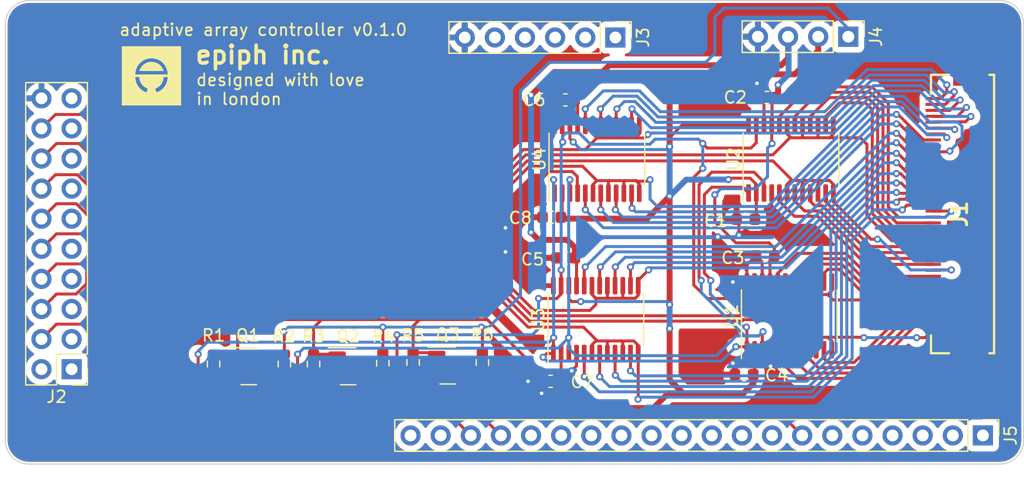
<source format=kicad_pcb>
(kicad_pcb (version 20221018) (generator pcbnew)
  (layers (0 "F.Cu" signal) (31 "B.Cu" signal) (34 "B.Paste" user) (35 "F.Paste" user) (36 "B.SilkS" user "B.Silkscreen") (37 "F.SilkS" user "F.Silkscreen") (38 "B.Mask" user) (39 "F.Mask" user) (44 "Edge.Cuts" user))
  (net 0 "")
  (net 1 "+2V5")
  (net 2 "GND")
  (net 3 "-2V5")
  (net 4 "/NODE_1")
  (net 5 "/FIN1_1")
  (net 6 "/FIN2_1")
  (net 7 "/FIN3_1")
  (net 8 "/FIN4_1")
  (net 9 "/NODE_2")
  (net 10 "/FIN1_2")
  (net 11 "/FIN2_2")
  (net 12 "/FIN3_2")
  (net 13 "/FIN4_2")
  (net 14 "/NODE_4")
  (net 15 "/FIN1_4")
  (net 16 "/FIN2_4")
  (net 17 "/FIN3_4")
  (net 18 "/FIN4_4")
  (net 19 "/NODE_3")
  (net 20 "/FIN1_3")
  (net 21 "/FIN2_3")
  (net 22 "/FIN3_3")
  (net 23 "/FIN4_3")
  (net 24 "/NODE_5")
  (net 25 "/FIN1_5")
  (net 26 "/FIN2_5")
  (net 27 "/FIN3_5")
  (net 28 "/FIN4_5")
  (net 29 "/NODE_6")
  (net 30 "/FIN1_6")
  (net 31 "/FIN2_6")
  (net 32 "/FIN3_6")
  (net 33 "/FIN4_6")
  (net 34 "/NODE_8")
  (net 35 "/FIN1_8")
  (net 36 "/FIN2_8")
  (net 37 "/FIN3_8")
  (net 38 "/FIN4_8")
  (net 39 "/NODE_7")
  (net 40 "/FIN1_7")
  (net 41 "/FIN2_7")
  (net 42 "/FIN3_7")
  (net 43 "/FIN4_7")
  (net 44 "/SRB1")
  (net 45 "/SRB2")
  (net 46 "/1P")
  (net 47 "/2P")
  (net 48 "/3P")
  (net 49 "/4P")
  (net 50 "/5P")
  (net 51 "/6P")
  (net 52 "/7P")
  (net 53 "/8P")
  (net 54 "/BIAS")
  (net 55 "/+BATT")
  (net 56 "/U0_TXD")
  (net 57 "/UO_RXD")
  (net 58 "/DTR")
  (net 59 "/RTS")
  (net 60 "+3V3")
  (net 67 "/3V3_RESET")
  (net 77 "/3V3_SDA")
  (net 78 "/3V3_SCL")
  (net 81 "/2V5_SCL")
  (net 82 "/2V5_SDA")
  (net 83 "/RESET")
  (footprint "Package_SO:TSSOP-24_4.4x7.8mm_P0.65mm" (layer "F.Cu") (at 79.592 28.7605 90)
    (fp_text reference "U4")
    (fp_text value "ADG715")
  )
  (footprint "Capacitor_SMD:C_0603_1608Metric" (layer "F.Cu") (at 75.692 47.498 180)
    (fp_text reference "C7")
    (fp_text value "0.1uF" hide)
  )
  (footprint "Package_SO:TSSOP-24_4.4x7.8mm_P0.65mm" (layer "F.Cu") (at 79.502 42.291 90)
    (fp_text reference "U3")
    (fp_text value "ADG715")
  )
  (footprint "Capacitor_SMD:C_0603_1608Metric" (layer "F.Cu") (at 93.924 23.541249 180)
    (fp_text reference "C2")
    (fp_text value "0.1uF" hide)
  )
  (footprint "Package_TO_SOT_SMD:SOT-23" (layer "F.Cu") (at 67.01775 46.164)
    (fp_text reference "Q3")
    (fp_text value "BSS138" hide)
  )
  (footprint "Resistor_SMD:R_0603_1608Metric" (layer "F.Cu") (at 61.5465 45.974 -90)
    (fp_text reference "R4")
    (fp_text value "10K" hide)
  )
  (footprint "Resistor_SMD:R_0603_1608Metric" (layer "F.Cu") (at 53.2445 46.037 -90)
    (fp_text reference "R2")
    (fp_text value "10K" hide)
  )
  (footprint "Capacitor_SMD:C_0603_1608Metric" (layer "F.Cu") (at 92.004 46.9315 180)
    (fp_text reference "C4")
    (fp_text value "0.1uF" hide)
  )
  (footprint "Connector_PinHeader_2.54mm:PinHeader_1x04_P2.54mm_Vertical" (layer "F.Cu") (at 100.791 18.415 -90)
    (fp_text reference "J4")
    (fp_text value "POWER")
  )
  (footprint "Connector_PinHeader_2.54mm:PinHeader_1x20_P2.54mm_Vertical" (layer "F.Cu") (at 112.141 52.07 -90)
    (fp_text reference "J5")
    (fp_text value "BREAKOUT")
  )
  (footprint "Capacitor_SMD:C_0603_1608Metric" (layer "F.Cu") (at 93.782 36.8985 180)
    (fp_text reference "C3")
    (fp_text value "0.1uF" hide)
  )
  (footprint "Connector_PinHeader_2.54mm:PinHeader_2x10_P2.54mm_Vertical" (layer "F.Cu") (at 35.306 46.4754 180)
    (fp_text reference "J2")
    (fp_text value "ELECTRODES")
  )
  (footprint "Connector_PinHeader_2.54mm:PinHeader_1x06_P2.54mm_Vertical" (layer "F.Cu") (at 81.151 18.481 -90)
    (fp_text reference "J3")
    (fp_text value "DEBUG")
  )
  (footprint "Capacitor_SMD:C_0603_1608Metric" (layer "F.Cu") (at 92.146 33.828249 180)
    (fp_text reference "C1")
    (fp_text value "0.1uF" hide)
  )
  (footprint "Resistor_SMD:R_0603_1608Metric" (layer "F.Cu") (at 55.7045 46.038 -90)
    (fp_text reference "R3")
    (fp_text value "10K" hide)
  )
  (footprint "Package_SO:TSSOP-24_4.4x7.8mm_P0.65mm" (layer "F.Cu") (at 95.814 41.9785 90)
    (fp_text reference "U1")
    (fp_text value "ADG715")
  )
  (footprint "Resistor_SMD:R_0603_1608Metric" (layer "F.Cu") (at 64.09675 45.91 -90)
    (fp_text reference "R5")
    (fp_text value "10K" hide)
  )
  (footprint "Misc[Personal]:epiph_logo" (layer "F.Cu") (at 42.037 21.717)
    (fp_text reference "G***" hide)
    (fp_text value "LOGO" hide)
  )
  (footprint "Resistor_SMD:R_0603_1608Metric" (layer "F.Cu") (at 69.93875 45.91 -90)
    (fp_text reference "R6")
    (fp_text value "10K" hide)
  )
  (footprint "Misc[Personal]:F32D1A7Y121040" (layer "F.Cu") (at 110.42 33.381 90)
    (fp_text reference "J1")
    (fp_text value "ELECTRODE INPUT" hide)
  )
  (footprint "Capacitor_SMD:C_0603_1608Metric" (layer "F.Cu") (at 76.936 23.749 180)
    (fp_text reference "C6")
    (fp_text value "0.1uF" hide)
  )
  (footprint "Package_SO:TSSOP-24_4.4x7.8mm_P0.65mm" (layer "F.Cu") (at 95.956 28.748249 90)
    (fp_text reference "U2")
    (fp_text value "ADG715")
  )
  (footprint "Package_TO_SOT_SMD:SOT-23" (layer "F.Cu") (at 50.245 46.225)
    (fp_text reference "Q1")
    (fp_text value "BSS138" hide)
  )
  (footprint "Capacitor_SMD:C_0603_1608Metric" (layer "F.Cu") (at 76.962 37.084 180)
    (fp_text reference "C5")
    (fp_text value "0.1uF" hide)
  )
  (footprint "Package_TO_SOT_SMD:SOT-23" (layer "F.Cu") (at 58.6255 46.228)
    (fp_text reference "Q2")
    (fp_text value "BSS138" hide)
  )
  (footprint "Capacitor_SMD:C_0603_1608Metric" (layer "F.Cu") (at 75.782 33.655 180)
    (fp_text reference "C8")
    (fp_text value "0.1uF" hide)
  )
  (footprint "Resistor_SMD:R_0603_1608Metric" (layer "F.Cu") (at 47.2755 46.037 -90)
    (fp_text reference "R1")
    (fp_text value "10K" hide)
  )
  (gr_line (start 31.718 15.367) (end 113.57 15.367) (stroke (width 0.1)) (layer "Edge.Cuts"))
  (gr_line (start 115.57 17.367) (end 115.57 52.483) (stroke (width 0.1)) (layer "Edge.Cuts"))
  (gr_arc (start 29.718 17.367) (mid 30.303786 15.952786) (end 31.718 15.367) (stroke (width 0.1)) (layer "Edge.Cuts"))
  (gr_arc (start 115.57 52.483) (mid 114.984214 53.897214) (end 113.57 54.483) (stroke (width 0.1)) (layer "Edge.Cuts"))
  (gr_arc (start 113.57 15.367) (mid 114.984214 15.952786) (end 115.57 17.367) (stroke (width 0.1)) (layer "Edge.Cuts"))
  (gr_line (start 29.718 52.483) (end 29.718 17.367) (stroke (width 0.1)) (layer "Edge.Cuts"))
  (gr_line (start 113.57 54.483) (end 31.718 54.483) (stroke (width 0.1)) (layer "Edge.Cuts"))
  (gr_arc (start 31.718 54.483) (mid 30.303786 53.897214) (end 29.718 52.483) (stroke (width 0.1)) (layer "Edge.Cuts"))
  (gr_text "designed with love \nin london" (at 45.72 24.257) (layer "F.SilkS") (effects (font (size 1 1)) (justify left bottom)))
  (gr_text "epiph inc." (at 45.593 20.828) (layer "F.SilkS") (effects (font (size 1.5 1.5) (thickness 0.3)) (justify left bottom)))
  (gr_text "adaptive array controller v0.1.0" (at 39.243 18.415) (layer "F.SilkS") (effects (font (size 1 1)) (justify left bottom)))
  (segment (start 85.725 27.686) (end 85.725 22.86) (width 0.5) (layer "F.Cu") (net 1))
  (segment (start 76.577 47.388) (end 76.467 47.498) (width 0.25) (layer "F.Cu") (net 1))
  (segment (start 92.779 47.683) (end 92.779 46.9315) (width 0.5) (layer "F.Cu") (net 1))
  (segment (start 75.578 46.609) (end 76.467 47.498) (width 0.25) (layer "F.Cu") (net 1))
  (segment (start 85.725 31.877) (end 83.832 33.77) (width 0.5) (layer "F.Cu") (net 1))
  (segment (start 92.889 44.841) (end 92.889 46.8215) (width 0.25) (layer "F.Cu") (net 1))
  (segment (start 47.2755 45.212) (end 49.2445 45.212) (width 0.25) (layer "F.Cu") (net 1))
  (segment (start 49.2445 45.212) (end 49.3075 45.275) (width 0.25) (layer "F.Cu") (net 1))
  (segment (start 91.948 48.514) (end 92.779 47.683) (width 0.5) (layer "F.Cu") (net 1))
  (segment (start 70.358 42.291) (end 74.676 46.609) (width 0.25) (layer "F.Cu") (net 1))
  (segment (start 76.017 25.160501) (end 76.412501 24.765) (width 0.25) (layer "F.Cu") (net 1))
  (segment (start 92.381 25.885749) (end 86.763251 25.885749) (width 0.25) (layer "F.Cu") (net 1))
  (segment (start 83.832 33.77) (end 76.672 33.77) (width 0.5) (layer "F.Cu") (net 1))
  (segment (start 90.678 30.4695) (end 90.7945 30.353) (width 0.25) (layer "F.Cu") (net 1))
  (segment (start 93.149 33.955249) (end 93.035 33.841249) (width 0.25) (layer "F.Cu") (net 1))
  (segment (start 93.035 31.614749) (end 93.031 31.610749) (width 0.25) (layer "F.Cu") (net 1))
  (segment (start 74.676 46.609) (end 75.578 46.609) (width 0.25) (layer "F.Cu") (net 1))
  (segment (start 92.51075 30.353) (end 93.031 30.87325) (width 0.25) (layer "F.Cu") (net 1))
  (segment (start 76.577 45.1535) (end 76.577 46.736) (width 0.25) (layer "F.Cu") (net 1))
  (segment (start 76.921499 24.765) (end 77.317 25.160501) (width 0.25) (layer "F.Cu") (net 1))
  (segment (start 92.889 46.8215) (end 92.779 46.9315) (width 0.25) (layer "F.Cu") (net 1))
  (segment (start 55.7045 42.9745) (end 56.134 42.545) (width 0.25) (layer "F.Cu") (net 1))
  (segment (start 64.643 42.291) (end 70.358 42.291) (width 0.25) (layer "F.Cu") (net 1))
  (segment (start 85.725 47.371) (end 86.868 48.514) (width 0.5) (layer "F.Cu") (net 1))
  (segment (start 86.763251 25.885749) (end 85.725 26.924) (width 0.25) (layer "F.Cu") (net 1))
  (segment (start 86.995 21.59) (end 96.266 21.59) (width 0.5) (layer "F.Cu") (net 1))
  (segment (start 78.232 40.767) (end 77.47 40.767) (width 0.25) (layer "F.Cu") (net 1))
  (segment (start 76.667 33.545) (end 76.557 33.655) (width 0.25) (layer "F.Cu") (net 1))
  (segment (start 55.7045 45.213) (end 57.623 45.213) (width 0.25) (layer "F.Cu") (net 1))
  (segment (start 85.725 43.0425) (end 85.725 47.371) (width 0.5) (layer "F.Cu") (net 1))
  (segment (start 92.88 44.85) (end 92.889 44.841) (width 0.25) (layer "F.Cu") (net 1))
  (segment (start 64.09675 42.83725) (end 64.389 42.545) (width 0.25) (layer "F.Cu") (net 1))
  (segment (start 84.3505 49.7615) (end 78.7305 49.7615) (width 0.5) (layer "F.Cu") (net 1))
  (segment (start 49.3075 45.275) (end 49.3075 43.0215) (width 0.25) (layer "F.Cu") (net 1))
  (segment (start 90.7945 30.353) (end 92.51075 30.353) (width 0.25) (layer "F.Cu") (net 1))
  (segment (start 76.672 33.77) (end 76.557 33.655) (width 0.5) (layer "F.Cu") (net 1))
  (segment (start 77.317 25.898) (end 77.317 27.025) (width 0.25) (layer "F.Cu") (net 1))
  (segment (start 85.725 41.021) (end 85.725 31.877) (width 0.5) (layer "F.Cu") (net 1))
  (segment (start 64.09675 45.085) (end 65.95125 45.085) (width 0.25) (layer "F.Cu") (net 1))
  (segment (start 57.623 45.213) (end 57.688 45.278) (width 0.25) (layer "F.Cu") (net 1))
  (segment (start 85.725 26.924) (end 85.725 27.686) (width 0.25) (layer "F.Cu") (net 1))
  (segment (start 76.412501 24.765) (end 76.921499 24.765) (width 0.25) (layer "F.Cu") (net 1))
  (segment (start 76.577 46.736) (end 76.577 47.388) (width 0.25) (layer "F.Cu") (net 1))
  (segment (start 64.09675 45.085) (end 64.09675 42.83725) (width 0.25) (layer "F.Cu") (net 1))
  (segment (start 78.7305 49.7615) (end 76.467 47.498) (width 0.5) (layer "F.Cu") (net 1))
  (segment (start 98.251 19.605) (end 98.251 18.415) (width 0.5) (layer "F.Cu") (net 1))
  (segment (start 77.317 27.025) (end 77.597 27.305) (width 0.25) (layer "F.Cu") (net 1))
  (segment (start 56.388 42.291) (end 64.643 42.291) (width 0.25) (layer "F.Cu") (net 1))
  (segment (start 56.134 42.545) (end 56.388 42.291) (width 0.25) (layer "F.Cu") (net 1))
  (segment (start 85.725 22.86) (end 86.995 21.59) (width 0.5) (layer "F.Cu") (net 1))
  (segment (start 64.389 42.545) (end 64.643 42.291) (width 0.25) (layer "F.Cu") (net 1))
  (segment (start 50.038 42.291) (end 56.388 42.291) (width 0.25) (layer "F.Cu") (net 1))
  (segment (start 77.317 25.160501) (end 77.317 25.898) (width 0.25) (layer "F.Cu") (net 1))
  (segment (start 96.266 21.59) (end 98.251 19.605) (width 0.5) (layer "F.Cu") (net 1))
  (segment (start 77.227 40.524) (end 77.227 39.4285) (width 0.25) (layer "F.Cu") (net 1))
  (segment (start 85.598 48.514) (end 84.3505 49.7615) (width 0.5) (layer "F.Cu") (net 1))
  (segment (start 91.948 48.514) (end 85.598 48.514) (width 0.5) (layer "F.Cu") (net 1))
  (segment (start 65.95125 45.085) (end 66.08025 45.214) (width 0.25) (layer "F.Cu") (net 1))
  (segment (start 93.031 31.610749) (end 93.031 33.718249) (width 0.25) (layer "F.Cu") (net 1))
  (segment (start 76.017 25.898) (end 76.017 25.160501) (width 0.25) (layer "F.Cu") (net 1))
  (segment (start 76.667 31.623) (end 76.667 33.545) (width 0.25) (layer "F.Cu") (net 1))
  (segment (start 77.47 40.767) (end 77.227 40.524) (width 0.25) (layer "F.Cu") (net 1))
  (segment (start 49.3075 43.0215) (end 50.038 42.291) (width 0.25) (layer "F.Cu") (net 1))
  (segment (start 55.7045 45.213) (end 55.7045 42.9745) (width 0.25) (layer "F.Cu") (net 1))
  (segment (start 93.031 30.87325) (end 93.031 31.610749) (width 0.25) (layer "F.Cu") (net 1))
  (segment (start 93.031 33.718249) (end 92.921 33.828249) (width 0.25) (layer "F.Cu") (net 1))
  (via (at 85.725 27.686) (size 0.6) (drill 0.3) (layers "F.Cu" "B.Cu") (net 1))
  (via (at 77.597 27.305) (size 0.6) (drill 0.3) (layers "F.Cu" "B.Cu") (net 1))
  (via (at 85.725 31.877) (size 0.6) (drill 0.3) (layers "F.Cu" "B.Cu") (net 1))
  (via (at 85.725 43.0425) (size 0.6) (drill 0.3) (layers "F.Cu" "B.Cu") (net 1))
  (via (at 78.232 40.767) (size 0.6) (drill 0.3) (layers "F.Cu" "B.Cu") (net 1))
  (via (at 85.725 41.021) (size 0.6) (drill 0.3) (layers "F.Cu" "B.Cu") (net 1))
  (via (at 90.678 30.4695) (size 0.6) (drill 0.3) (layers "F.Cu" "B.Cu") (net 1))
  (segment (start 78.232 27.94) (end 85.471 27.94) (width 0.25) (layer "B.Cu") (net 1))
  (segment (start 87.122 30.48) (end 85.725 31.877) (width 0.5) (layer "B.Cu") (net 1))
  (segment (start 88.196339 30.48) (end 87.122 30.48) (width 0.5) (layer "B.Cu") (net 1))
  (segment (start 78.232 40.767) (end 85.471 40.767) (width 0.25) (layer "B.Cu") (net 1))
  (segment (start 90.678 30.4695) (end 90.6765 30.468) (width 0.5) (layer "B.Cu") (net 1))
  (segment (start 90.6765 30.468) (end 88.208339 30.468) (width 0.5) (layer "B.Cu") (net 1))
  (segment (start 85.725 43.0425) (end 85.725 41.021) (width 0.5) (layer "B.Cu") (net 1))
  (segment (start 85.471 27.94) (end 85.725 27.686) (width 0.25) (layer "B.Cu") (net 1))
  (segment (start 77.597 27.305) (end 78.232 27.94) (width 0.25) (layer "B.Cu") (net 1))
  (segment (start 88.208339 30.468) (end 88.196339 30.48) (width 0.5) (layer "B.Cu") (net 1))
  (segment (start 85.725 27.686) (end 85.725 31.877) (width 0.5) (layer "B.Cu") (net 1))
  (segment (start 85.471 40.767) (end 85.725 41.021) (width 0.25) (layer "B.Cu") (net 1))
  (segment (start 77.877 46.202) (end 77.47 46.609) (width 0.25) (layer "F.Cu") (net 2))
  (segment (start 93.007 36.8985) (end 93.528 37.4195) (width 0.25) (layer "F.Cu") (net 2))
  (segment (start 93.681 25.885749) (end 93.681 24.073249) (width 0.25) (layer "F.Cu") (net 2))
  (segment (start 75.927 37.344) (end 76.187 37.084) (width 0.25) (layer "F.Cu") (net 2))
  (segment (start 94.189 46.183) (end 94.234 46.228) (width 0.25) (layer "F.Cu") (net 2))
  (segment (start 77.877 45.1535) (end 77.877 46.202) (width 0.25) (layer "F.Cu") (net 2))
  (segment (start 75.565 29.798) (end 77.518884 29.798) (width 0.25) (layer "F.Cu") (net 2))
  (segment (start 89.789 36.322) (end 90.3655 36.8985) (width 0.25) (layer "F.Cu") (net 2))
  (segment (start 71.882 34.544) (end 72.771 33.655) (width 0.25) (layer "F.Cu") (net 2))
  (segment (start 74.917 47.498) (end 73.787 47.498) (width 0.25) (layer "F.Cu") (net 2))
  (segment (start 74.917 47.498) (end 74.917 48.501) (width 0.25) (layer "F.Cu") (net 2))
  (segment (start 93.091 22.352) (end 93.091 23.483249) (width 0.5) (layer "F.Cu") (net 2))
  (segment (start 76.187 37.084) (end 72.39 37.084) (width 0.25) (layer "F.Cu") (net 2))
  (segment (start 75.927 39.4285) (end 75.927 37.344) (width 0.25) (layer "F.Cu") (net 2))
  (segment (start 89.789 35.306) (end 89.789 36.322) (width 0.25) (layer "F.Cu") (net 2))
  (segment (start 77.518884 29.798) (end 77.942 30.221116) (width 0.25) (layer "F.Cu") (net 2))
  (segment (start 91.229 46.144) (end 91.059 45.974) (width 0.25) (layer "F.Cu") (net 2))
  (segment (start 72.39 37.084) (end 71.882 36.576) (width 0.25) (layer "F.Cu") (net 2))
  (segment (start 93.528 39.105) (end 93.539 39.116) (width 0.25) (layer "F.Cu") (net 2))
  (segment (start 74.917 48.501) (end 74.93 48.514) (width 0.25) (layer "F.Cu") (net 2))
  (segment (start 91.5775 35.179) (end 91.567 35.1685) (width 0.25) (layer "F.Cu") (net 2))
  (segment (start 90.3655 36.8985) (end 93.007 36.8985) (width 0.25) (layer "F.Cu") (net 2))
  (segment (start 91.567 34.024249) (end 91.371 33.828249) (width 0.25) (layer "F.Cu") (net 2))
  (segment (start 72.771 33.655) (end 75.007 33.655) (width 0.25) (layer "F.Cu") (net 2))
  (segment (start 93.528 37.4195) (end 93.528 39.105) (width 0.25) (layer "F.Cu") (net 2))
  (segment (start 92.239 39.116) (end 92.239 37.6665) (width 0.25) (layer "F.Cu") (net 2))
  (segment (start 93.091 23.483249) (end 93.149 23.541249) (width 0.5) (layer "F.Cu") (net 2))
  (segment (start 71.882 36.576) (end 71.882 34.544) (width 0.25) (layer "F.Cu") (net 2))
  (segment (start 93.599 35.179) (end 91.5775 35.179) (width 0.25) (layer "F.Cu") (net 2))
  (segment (start 94.331 31.610749) (end 94.331 34.447) (width 0.25) (layer "F.Cu") (net 2))
  (segment (start 92.239 37.6665) (end 93.007 36.8985) (width 0.25) (layer "F.Cu") (net 2))
  (segment (start 75.007 33.655) (end 75.007 30.356) (width 0.25) (layer "F.Cu") (net 2))
  (segment (start 91.567 35.1685) (end 91.567 34.024249) (width 0.25) (layer "F.Cu") (net 2))
  (segment (start 94.331 34.447) (end 93.599 35.179) (width 0.25) (layer "F.Cu") (net 2))
  (segment (start 93.681 24.073249) (end 93.149 23.541249) (width 0.25) (layer "F.Cu") (net 2))
  (segment (start 94.189 44.841) (end 94.189 46.183) (width 0.25) (layer "F.Cu") (net 2))
  (segment (start 91.229 46.9315) (end 91.229 46.144) (width 0.25) (layer "F.Cu") (net 2))
  (segment (start 92.239 39.116) (end 91.059 39.116) (width 0.25) (layer "F.Cu") (net 2))
  (segment (start 75.007 30.356) (end 75.565 29.798) (width 0.25) (layer "F.Cu") (net 2))
  (segment (start 77.942 30.221116) (end 77.942 31.598) (width 0.25) (layer "F.Cu") (net 2))
  (segment (start 77.942 31.598) (end 77.967 31.623) (width 0.25) (layer "F.Cu") (net 2))
  (via (at 89.789 35.306) (size 0.6) (drill 0.3) (layers "F.Cu" "B.Cu") (net 2))
  (via (at 91.567 35.1685) (size 0.6) (drill 0.3) (layers "F.Cu" "B.Cu") (net 2))
  (via (at 74.93 48.514) (size 0.6) (drill 0.3) (layers "F.Cu" "B.Cu") (net 2))
  (via (at 94.234 46.228) (size 0.6) (drill 0.3) (layers "F.Cu" "B.Cu") (net 2))
  (via (at 93.091 22.352) (size 0.6) (drill 0.3) (layers "F.Cu" "B.Cu") (net 2))
  (via (at 73.787 47.498) (size 0.6) (drill 0.3) (layers "F.Cu" "B.Cu") (net 2))
  (via (at 71.882 36.576) (size 0.6) (drill 0.3) (layers "F.Cu" "B.Cu") (net 2))
  (via (at 71.882 34.544) (size 0.6) (drill 0.3) (layers "F.Cu" "B.Cu") (net 2))
  (via (at 77.47 46.609) (size 0.6) (drill 0.3) (layers "F.Cu" "B.Cu") (net 2))
  (via (at 91.059 39.116) (size 0.6) (drill 0.3) (layers "F.Cu" "B.Cu") (net 2))
  (via (at 91.059 45.974) (size 0.6) (drill 0.3) (layers "F.Cu" "B.Cu") (net 2))
  (segment (start 91.567 35.1685) (end 91.4295 35.306) (width 0.25) (layer "B.Cu") (net 2))
  (segment (start 93.091 22.352) (end 93.171 22.272) (width 0.5) (layer "B.Cu") (net 2))
  (segment (start 91.4295 35.306) (end 89.789 35.306) (width 0.25) (layer "B.Cu") (net 2))
  (segment (start 93.171 22.272) (end 93.171 18.415) (width 0.5) (layer "B.Cu") (net 2))
  (segment (start 94.331 27.402) (end 94.331 25.885749) (width 0.25) (layer "F.Cu") (net 3))
  (segment (start 95.123 20.828) (end 80.632 20.828) (width 0.5) (layer "F.Cu") (net 3))
  (segment (start 94.557 36.8985) (end 94.189 37.2665) (width 0.25) (layer "F.Cu") (net 3))
  (segment (start 77.737 36.208) (end 77.737 37.084) (width 0.5) (layer "F.Cu") (net 3))
  (segment (start 95.711 18.415) (end 95.711 20.24) (width 0.5) (layer "F.Cu") (net 3))
  (segment (start 80.062 21.398) (end 76.011 21.398) (width 0.5) (layer "F.Cu") (net 3))
  (segment (start 74.676 35.56) (end 77.089 35.56) (width 0.5) (layer "F.Cu") (net 3))
  (segment (start 74.041 34.925) (end 74.676 35.56) (width 0.5) (layer "F.Cu") (net 3))
  (segment (start 94.361 25.855749) (end 94.361 23.879249) (width 0.25) (layer "F.Cu") (net 3))
  (segment (start 89.535 34.036) (end 91.313 35.814) (width 0.25) (layer "F.Cu") (net 3))
  (segment (start 94.331 25.885749) (end 94.361 25.855749) (width 0.25) (layer "F.Cu") (net 3))
  (segment (start 76.011 21.398) (end 74.041 23.368) (width 0.5) (layer "F.Cu") (net 3))
  (segment (start 94.107 35.814) (end 94.557 36.264) (width 0.25) (layer "F.Cu") (net 3))
  (segment (start 94.189 37.2665) (end 94.189 39.116) (width 0.25) (layer "F.Cu") (net 3))
  (segment (start 80.062 21.398) (end 77.711 23.749) (width 0.5) (layer "F.Cu") (net 3))
  (segment (start 94.557 36.264) (end 94.557 36.8985) (width 0.25) (layer "F.Cu") (net 3))
  (segment (start 89.535 31.75) (end 89.535 34.036) (width 0.25) (layer "F.Cu") (net 3))
  (segment (start 94.361 23.879249) (end 94.699 23.541249) (width 0.25) (layer "F.Cu") (net 3))
  (segment (start 94.869 23.371249) (end 94.699 23.541249) (width 0.5) (layer "F.Cu") (net 3))
  (segment (start 77.089 35.56) (end 77.737 36.208) (width 0.5) (layer "F.Cu") (net 3))
  (segment (start 94.361 27.432) (end 94.331 27.402) (width 0.25) (layer "F.Cu") (net 3))
  (segment (start 80.632 20.828) (end 80.062 21.398) (width 0.5) (layer "F.Cu") (net 3))
  (segment (start 91.313 35.814) (end 94.107 35.814) (width 0.25) (layer "F.Cu") (net 3))
  (segment (start 77.967 24.005) (end 77.967 25.898) (width 0.25) (layer "F.Cu") (net 3))
  (segment (start 77.711 23.749) (end 77.967 24.005) (width 0.25) (layer "F.Cu") (net 3))
  (segment (start 95.711 20.24) (end 95.123 20.828) (width 0.5) (layer "F.Cu") (net 3))
  (segment (start 77.877 37.224) (end 77.877 39.4285) (width 0.25) (layer "F.Cu") (net 3))
  (segment (start 94.869 22.479) (end 94.869 23.371249) (width 0.5) (layer "F.Cu") (net 3))
  (segment (start 77.737 37.084) (end 77.877 37.224) (width 0.25) (layer "F.Cu") (net 3))
  (via (at 94.361 27.432) (size 0.6) (drill 0.3) (layers "F.Cu" "B.Cu") (net 3))
  (via (at 74.041 23.368) (size 0.6) (drill 0.3) (layers "F.Cu" "B.Cu") (net 3))
  (via (at 74.041 34.925) (size 0.6) (drill 0.3) (layers "F.Cu" "B.Cu") (net 3))
  (via (at 89.535 31.75) (size 0.6) (drill 0.3) (layers "F.Cu" "B.Cu") (net 3))
  (via (at 94.869 22.479) (size 0.6) (drill 0.3) (layers "F.Cu" "B.Cu") (net 3))
  (segment (start 95.758 18.462) (end 95.711 18.415) (width 0.5) (layer "B.Cu") (net 3))
  (segment (start 94.869 22.479) (end 95.758 21.59) (width 0.5) (layer "B.Cu") (net 3))
  (segment (start 74.041 23.368) (end 74.041 34.925) (width 0.5) (layer "B.Cu") (net 3))
  (segment (start 92.964 31.242) (end 93.98 30.226) (width 0.25) (layer "B.Cu") (net 3))
  (segment (start 95.758 21.59) (end 95.758 18.462) (width 0.5) (layer "B.Cu") (net 3))
  (segment (start 93.98 27.813) (end 94.361 27.432) (width 0.25) (layer "B.Cu") (net 3))
  (segment (start 93.98 30.226) (end 93.98 27.813) (width 0.25) (layer "B.Cu") (net 3))
  (segment (start 89.535 31.75) (end 90.043 31.242) (width 0.25) (layer "B.Cu") (net 3))
  (segment (start 90.043 31.242) (end 92.964 31.242) (width 0.25) (layer "B.Cu") (net 3))
  (segment (start 36.576 39.247101) (end 35.691101 40.132) (width 0.25) (layer "F.Cu") (net 4))
  (segment (start 98.089 43.8235) (end 98.044 43.7785) (width 0.25) (layer "F.Cu") (net 4))
  (segment (start 34.0294 40.132) (end 32.766 41.3954) (width 0.25) (layer "F.Cu") (net 4))
  (segment (start 38.078 36.344) (end 36.576 37.846) (width 0.25) (layer "F.Cu") (net 4))
  (segment (start 96.789 44.841) (end 96.789 43.7935) (width 0.25) (layer "F.Cu") (net 4))
  (segment (start 96.789 43.7935) (end 96.774 43.7785) (width 0.25) (layer "F.Cu") (net 4))
  (segment (start 99.063999 43.7785) (end 99.389 44.103501) (width 0.25) (layer "F.Cu") (net 4))
  (segment (start 36.576 37.846) (end 36.576 39.247101) (width 0.25) (layer "F.Cu") (net 4))
  (segment (start 95.489 44.841) (end 95.489 44.103501) (width 0.25) (layer "F.Cu") (net 4))
  (segment (start 98.044 43.7785) (end 99.063999 43.7785) (width 0.25) (layer "F.Cu") (net 4))
  (segment (start 91.826116 42.418) (end 73.915396 42.418) (width 0.25) (layer "F.Cu") (net 4))
  (segment (start 95.814001 43.7785) (end 94.336501 42.301) (width 0.25) (layer "F.Cu") (net 4))
  (segment (start 95.814001 43.7785) (end 96.774 43.7785) (width 0.25) (layer "F.Cu") (net 4))
  (segment (start 35.691101 40.132) (end 34.0294 40.132) (width 0.25) (layer "F.Cu") (net 4))
  (segment (start 99.063999 43.7785) (end 102.0715 43.7785) (width 0.25) (layer "F.Cu") (net 4))
  (segment (start 67.841396 36.344) (end 38.078 36.344) (width 0.25) (layer "F.Cu") (net 4))
  (segment (start 73.915396 42.418) (end 67.841396 36.344) (width 0.25) (layer "F.Cu") (net 4))
  (segment (start 91.943116 42.301) (end 91.826116 42.418) (width 0.25) (layer "F.Cu") (net 4))
  (segment (start 107.266 43.815) (end 107.95 43.131) (width 0.25) (layer "F.Cu") (net 4))
  (segment (start 95.489 44.103501) (end 95.814001 43.7785) (width 0.25) (layer "F.Cu") (net 4))
  (segment (start 106.553 43.815) (end 107.266 43.815) (width 0.25) (layer "F.Cu") (net 4))
  (segment (start 98.089 44.841) (end 98.089 43.8235) (width 0.25) (layer "F.Cu") (net 4))
  (segment (start 94.336501 42.301) (end 91.943116 42.301) (width 0.25) (layer "F.Cu") (net 4))
  (segment (start 96.774 43.7785) (end 98.044 43.7785) (width 0.25) (layer "F.Cu") (net 4))
  (segment (start 99.389 44.103501) (end 99.389 44.841) (width 0.25) (layer "F.Cu") (net 4))
  (segment (start 102.0715 43.7785) (end 102.108 43.815) (width 0.25) (layer "F.Cu") (net 4))
  (via (at 106.553 43.815) (size 0.6) (drill 0.3) (layers "F.Cu" "B.Cu") (net 4))
  (via (at 102.108 43.815) (size 0.6) (drill 0.3) (layers "F.Cu" "B.Cu") (net 4))
  (segment (start 102.108 43.815) (end 106.553 43.815) (width 0.25) (layer "B.Cu") (net 4))
  (segment (start 101.972896 47.2535) (end 106.595396 42.631) (width 0.25) (layer "F.Cu") (net 5))
  (segment (start 94.839 44.841) (end 94.839 45.578499) (width 0.25) (layer "F.Cu") (net 5))
  (segment (start 94.839 45.578499) (end 96.514001 47.2535) (width 0.25) (layer "F.Cu") (net 5))
  (segment (start 96.514001 47.2535) (end 101.972896 47.2535) (width 0.25) (layer "F.Cu") (net 5))
  (segment (start 106.595396 42.631) (end 107.95 42.631) (width 0.25) (layer "F.Cu") (net 5))
  (segment (start 97.364001 46.8035) (end 101.7865 46.8035) (width 0.25) (layer "F.Cu") (net 6))
  (segment (start 106.459 42.131) (end 107.95 42.131) (width 0.25) (layer "F.Cu") (net 6))
  (segment (start 96.139 44.841) (end 96.139 45.578499) (width 0.25) (layer "F.Cu") (net 6))
  (segment (start 101.7865 46.8035) (end 106.459 42.131) (width 0.25) (layer "F.Cu") (net 6))
  (segment (start 96.139 45.578499) (end 97.364001 46.8035) (width 0.25) (layer "F.Cu") (net 6))
  (segment (start 106.198396 41.631) (end 107.95 41.631) (width 0.25) (layer "F.Cu") (net 7))
  (segment (start 101.475896 46.3535) (end 106.198396 41.631) (width 0.25) (layer "F.Cu") (net 7))
  (segment (start 97.439 44.841) (end 97.439 45.532312) (width 0.25) (layer "F.Cu") (net 7))
  (segment (start 97.439 45.532312) (end 98.260188 46.3535) (width 0.25) (layer "F.Cu") (net 7))
  (segment (start 98.260188 46.3535) (end 101.475896 46.3535) (width 0.25) (layer "F.Cu") (net 7))
  (segment (start 98.739 44.841) (end 98.739 45.578499) (width 0.25) (layer "F.Cu") (net 8))
  (segment (start 99.064001 45.9035) (end 101.2895 45.9035) (width 0.25) (layer "F.Cu") (net 8))
  (segment (start 101.2895 45.9035) (end 106.062 41.131) (width 0.25) (layer "F.Cu") (net 8))
  (segment (start 98.739 45.578499) (end 99.064001 45.9035) (width 0.25) (layer "F.Cu") (net 8))
  (segment (start 106.062 41.131) (end 107.95 41.131) (width 0.25) (layer "F.Cu") (net 8))
  (segment (start 36.069026 37.592) (end 34.0294 37.592) (width 0.25) (layer "F.Cu") (net 9))
  (segment (start 96.789 40.0365) (end 96.774 40.0515) (width 0.25) (layer "F.Cu") (net 9))
  (segment (start 98.044 40.1785) (end 99.063999 40.1785) (width 0.25) (layer "F.Cu") (net 9))
  (segment (start 91.63972 41.968) (end 74.101792 41.968) (width 0.25) (layer "F.Cu") (net 9))
  (segment (start 94.166 41.851) (end 91.75672 41.851) (width 0.25) (layer "F.Cu") (net 9))
  (segment (start 74.101792 41.968) (end 68.027792 35.894) (width 0.25) (layer "F.Cu") (net 9))
  (segment (start 98.089 39.116) (end 98.089 40.1335) (width 0.25) (layer "F.Cu") (net 9))
  (segment (start 96.774 40.0515) (end 96.774 40.1785) (width 0.25) (layer "F.Cu") (net 9))
  (segment (start 95.489 39.116) (end 95.489 39.853499) (width 0.25) (layer "F.Cu") (net 9))
  (segment (start 68.027792 35.894) (end 37.767026 35.894) (width 0.25) (layer "F.Cu") (net 9))
  (segment (start 99.063999 40.1785) (end 99.516499 40.631) (width 0.25) (layer "F.Cu") (net 9))
  (segment (start 37.767026 35.894) (end 36.069026 37.592) (width 0.25) (layer "F.Cu") (net 9))
  (segment (start 95.814001 40.202999) (end 94.166 41.851) (width 0.25) (layer "F.Cu") (net 9))
  (segment (start 98.089 40.1335) (end 98.044 40.1785) (width 0.25) (layer "F.Cu") (net 9))
  (segment (start 99.063999 40.1785) (end 99.389 39.853499) (width 0.25) (layer "F.Cu") (net 9))
  (segment (start 95.814001 40.1785) (end 96.774 40.1785) (width 0.25) (layer "F.Cu") (net 9))
  (segment (start 96.789 39.116) (end 96.789 40.0365) (width 0.25) (layer "F.Cu") (net 9))
  (segment (start 95.489 39.853499) (end 95.814001 40.1785) (width 0.25) (layer "F.Cu") (net 9))
  (segment (start 95.814001 40.1785) (end 95.814001 40.202999) (width 0.25) (layer "F.Cu") (net 9))
  (segment (start 34.0294 37.592) (end 32.766 38.8554) (width 0.25) (layer "F.Cu") (net 9))
  (segment (start 91.75672 41.851) (end 91.63972 41.968) (width 0.25) (layer "F.Cu") (net 9))
  (segment (start 96.774 40.1785) (end 98.044 40.1785) (width 0.25) (layer "F.Cu") (net 9))
  (segment (start 99.516499 40.631) (end 107.95 40.631) (width 0.25) (layer "F.Cu") (net 9))
  (segment (start 99.389 39.853499) (end 99.389 39.116) (width 0.25) (layer "F.Cu") (net 9))
  (segment (start 102.107 40.131) (end 107.95 40.131) (width 0.25) (layer "F.Cu") (net 10))
  (segment (start 98.739 39.116) (end 98.739 38.378501) (width 0.25) (layer "F.Cu") (net 10))
  (segment (start 100.0295 38.0535) (end 102.107 40.131) (width 0.25) (layer "F.Cu") (net 10))
  (segment (start 98.739 38.378501) (end 99.064001 38.0535) (width 0.25) (layer "F.Cu") (net 10))
  (segment (start 99.064001 38.0535) (end 100.0295 38.0535) (width 0.25) (layer "F.Cu") (net 10))
  (segment (start 100.215896 37.6035) (end 102.243396 39.631) (width 0.25) (layer "F.Cu") (net 11))
  (segment (start 97.439 39.116) (end 97.439 38.378501) (width 0.25) (layer "F.Cu") (net 11))
  (segment (start 102.243396 39.631) (end 107.95 39.631) (width 0.25) (layer "F.Cu") (net 11))
  (segment (start 98.214001 37.6035) (end 100.215896 37.6035) (width 0.25) (layer "F.Cu") (net 11))
  (segment (start 97.439 38.378501) (end 98.214001 37.6035) (width 0.25) (layer "F.Cu") (net 11))
  (segment (start 102.379792 39.131) (end 107.95 39.131) (width 0.25) (layer "F.Cu") (net 12))
  (segment (start 96.139 38.378501) (end 97.364001 37.1535) (width 0.25) (layer "F.Cu") (net 12))
  (segment (start 96.139 39.116) (end 96.139 38.378501) (width 0.25) (layer "F.Cu") (net 12))
  (segment (start 100.402292 37.1535) (end 102.379792 39.131) (width 0.25) (layer "F.Cu") (net 12))
  (segment (start 97.364001 37.1535) (end 100.402292 37.1535) (width 0.25) (layer "F.Cu") (net 12))
  (segment (start 96.514001 36.7035) (end 100.588688 36.7035) (width 0.25) (layer "F.Cu") (net 13))
  (segment (start 94.839 39.116) (end 94.839 38.378501) (width 0.25) (layer "F.Cu") (net 13))
  (segment (start 102.516188 38.631) (end 107.95 38.631) (width 0.25) (layer "F.Cu") (net 13))
  (segment (start 94.839 38.378501) (end 96.514001 36.7035) (width 0.25) (layer "F.Cu") (net 13))
  (segment (start 100.588688 36.7035) (end 102.516188 38.631) (width 0.25) (layer "F.Cu") (net 13))
  (segment (start 95.956001 30.548249) (end 96.972 30.548249) (width 0.25) (layer "F.Cu") (net 14))
  (segment (start 33.941 30.0604) (end 32.766 31.2354) (width 0.25) (layer "F.Cu") (net 14))
  (segment (start 95.631 31.610749) (end 95.631 30.87325) (width 0.25) (layer "F.Cu") (net 14))
  (segment (start 103.251 35.5065) (end 102.692085 35.5065) (width 0.25) (layer "F.Cu") (net 14))
  (segment (start 99.531 30.87325) (end 99.531 31.610749) (width 0.25) (layer "F.Cu") (net 14))
  (segment (start 37.026 31.293699) (end 35.792701 30.0604) (width 0.25) (layer "F.Cu") (net 14))
  (segment (start 107.981 38.1) (end 107.95 38.131) (width 0.25) (layer "F.Cu") (net 14))
  (segment (start 35.792701 30.0604) (end 33.941 30.0604) (width 0.25) (layer "F.Cu") (net 14))
  (segment (start 99.205999 30.548249) (end 99.531 30.87325) (width 0.25) (layer "F.Cu") (net 14))
  (segment (start 95.631 30.87325) (end 95.956001 30.548249) (width 0.25) (layer "F.Cu") (net 14))
  (segment (start 98.115 30.548249) (end 99.205999 30.548249) (width 0.25) (layer "F.Cu") (net 14))
  (segment (start 95.956001 30.548249) (end 95.956001 30.424001) (width 0.25) (layer "F.Cu") (net 14))
  (segment (start 98.231 30.664249) (end 98.115 30.548249) (width 0.25) (layer "F.Cu") (net 14))
  (segment (start 96.972 30.548249) (end 98.115 30.548249) (width 0.25) (layer "F.Cu") (net 14))
  (segment (start 109.474 38.1) (end 107.981 38.1) (width 0.25) (layer "F.Cu") (net 14))
  (segment (start 40.386 34.544) (end 38.479604 34.544) (width 0.25) (layer "F.Cu") (net 14))
  (segment (start 73.716604 28.898) (end 68.081604 34.533) (width 0.25) (layer "F.Cu") (net 14))
  (segment (start 96.931 31.610749) (end 96.931 30.589249) (width 0.25) (layer "F.Cu") (net 14))
  (segment (start 38.479604 34.544) (end 37.026 33.090396) (width 0.25) (layer "F.Cu") (net 14))
  (segment (start 102.692085 35.5065) (end 99.531 32.345415) (width 0.25) (layer "F.Cu") (net 14))
  (segment (start 96.931 30.589249) (end 96.972 30.548249) (width 0.25) (layer "F.Cu") (net 14))
  (segment (start 98.231 31.610749) (end 98.231 30.664249) (width 0.25) (layer "F.Cu") (net 14))
  (segment (start 99.531 32.345415) (end 99.531 31.610749) (width 0.25) (layer "F.Cu") (net 14))
  (segment (start 37.026 33.090396) (end 37.026 31.293699) (width 0.25) (layer "F.Cu") (net 14))
  (segment (start 94.43 28.898) (end 73.716604 28.898) (width 0.25) (layer "F.Cu") (net 14))
  (segment (start 95.956001 30.424001) (end 94.43 28.898) (width 0.25) (layer "F.Cu") (net 14))
  (segment (start 40.397 34.533) (end 40.386 34.544) (width 0.25) (layer "F.Cu") (net 14))
  (segment (start 68.081604 34.533) (end 40.397 34.533) (width 0.25) (layer "F.Cu") (net 14))
  (via (at 109.474 38.1) (size 0.6) (drill 0.3) (layers "F.Cu" "B.Cu") (net 14))
  (via (at 103.251 35.5065) (size 0.6) (drill 0.3) (layers "F.Cu" "B.Cu") (net 14))
  (segment (start 106.050114 38.1) (end 109.474 38.1) (width 0.25) (layer "B.Cu") (net 14))
  (segment (start 103.456614 35.5065) (end 106.050114 38.1) (width 0.25) (layer "B.Cu") (net 14))
  (segment (start 103.251 35.5065) (end 103.456614 35.5065) (width 0.25) (layer "B.Cu") (net 14))
  (segment (start 102.271001 37.631) (end 107.95 37.631) (width 0.25) (layer "F.Cu") (net 15))
  (segment (start 96.252188 33.573249) (end 98.21325 33.573249) (width 0.25) (layer "F.Cu") (net 15))
  (segment (start 94.981 32.302061) (end 96.252188 33.573249) (width 0.25) (layer "F.Cu") (net 15))
  (segment (start 98.21325 33.573249) (end 102.271001 37.631) (width 0.25) (layer "F.Cu") (net 15))
  (segment (start 94.981 31.610749) (end 94.981 32.302061) (width 0.25) (layer "F.Cu") (net 15))
  (segment (start 96.281 32.302061) (end 97.102188 33.123249) (width 0.25) (layer "F.Cu") (net 16))
  (segment (start 102.407397 37.131) (end 107.95 37.131) (width 0.25) (layer "F.Cu") (net 16))
  (segment (start 98.399646 33.123249) (end 102.407397 37.131) (width 0.25) (layer "F.Cu") (net 16))
  (segment (start 96.281 31.610749) (end 96.281 32.302061) (width 0.25) (layer "F.Cu") (net 16))
  (segment (start 97.102188 33.123249) (end 98.399646 33.123249) (width 0.25) (layer "F.Cu") (net 16))
  (segment (start 98.586042 32.673249) (end 102.543793 36.631) (width 0.25) (layer "F.Cu") (net 17))
  (segment (start 102.543793 36.631) (end 107.95 36.631) (width 0.25) (layer "F.Cu") (net 17))
  (segment (start 97.581 32.302061) (end 97.952188 32.673249) (width 0.25) (layer "F.Cu") (net 17))
  (segment (start 97.581 31.610749) (end 97.581 32.302061) (width 0.25) (layer "F.Cu") (net 17))
  (segment (start 97.952188 32.673249) (end 98.586042 32.673249) (width 0.25) (layer "F.Cu") (net 17))
  (segment (start 102.680189 36.131) (end 98.881 32.331811) (width 0.25) (layer "F.Cu") (net 18))
  (segment (start 102.680189 36.131) (end 107.95 36.131) (width 0.25) (layer "F.Cu") (net 18))
  (segment (start 98.881 32.331811) (end 98.881 31.610749) (width 0.25) (layer "F.Cu") (net 18))
  (segment (start 102.362 27.501) (end 102.362 33.529396) (width 0.25) (layer "F.Cu") (net 19))
  (segment (start 96.972 26.948249) (end 98.242 26.948249) (width 0.25) (layer "F.Cu") (net 19))
  (segment (start 38.608 34.036) (end 37.476 32.904) (width 0.25) (layer "F.Cu") (net 19))
  (segment (start 35.941 27.432) (end 34.0294 27.432) (width 0.25) (layer "F.Cu") (net 19))
  (segment (start 95.860751 26.948249) (end 94.419 28.39) (width 0.25) (layer "F.Cu") (net 19))
  (segment (start 99.531 26.623248) (end 99.531 25.885749) (width 0.25) (layer "F.Cu") (net 19))
  (segment (start 37.476 28.967) (end 35.941 27.432) (width 0.25) (layer "F.Cu") (net 19))
  (segment (start 95.631 26.623248) (end 95.956001 26.948249) (width 0.25) (layer "F.Cu") (net 19))
  (segment (start 67.942208 34.036) (end 38.608 34.036) (width 0.25) (layer "F.Cu") (net 19))
  (segment (start 96.931 26.907249) (end 96.972 26.948249) (width 0.25) (layer "F.Cu") (net 19))
  (segment (start 99.205999 26.948249) (end 99.531 26.623248) (width 0.25) (layer "F.Cu") (net 19))
  (segment (start 98.242 26.948249) (end 99.205999 26.948249) (width 0.25) (layer "F.Cu") (net 19))
  (segment (start 101.809249 26.948249) (end 102.362 27.501) (width 0.25) (layer "F.Cu") (net 19))
  (segment (start 96.931 25.885749) (end 96.931 26.907249) (width 0.25) (layer "F.Cu") (net 19))
  (segment (start 94.419 28.39) (end 73.588208 28.39) (width 0.25) (layer "F.Cu") (net 19))
  (segment (start 98.231 26.937249) (end 98.242 26.948249) (width 0.25) (layer "F.Cu") (net 19))
  (segment (start 37.476 32.904) (end 37.476 28.967) (width 0.25) (layer "F.Cu") (net 19))
  (segment (start 95.956001 26.948249) (end 96.972 26.948249) (width 0.25) (layer "F.Cu") (net 19))
  (segment (start 104.463604 35.631) (end 107.95 35.631) (width 0.25) (layer "F.Cu") (net 19))
  (segment (start 99.205999 26.948249) (end 101.809249 26.948249) (width 0.25) (layer "F.Cu") (net 19))
  (segment (start 95.956001 26.948249) (end 95.860751 26.948249) (width 0.25) (layer "F.Cu") (net 19))
  (segment (start 102.362 33.529396) (end 104.463604 35.631) (width 0.25) (layer "F.Cu") (net 19))
  (segment (start 95.631 25.885749) (end 95.631 26.623248) (width 0.25) (layer "F.Cu") (net 19))
  (segment (start 98.231 25.885749) (end 98.231 26.937249) (width 0.25) (layer "F.Cu") (net 19))
  (segment (start 73.588208 28.39) (end 67.942208 34.036) (width 0.25) (layer "F.Cu") (net 19))
  (segment (start 34.0294 27.432) (end 32.766 28.6954) (width 0.25) (layer "F.Cu") (net 19))
  (segment (start 98.881 25.885749) (end 98.881 25.14825) (width 0.25) (layer "F.Cu") (net 20))
  (segment (start 102.812 33.343) (end 104.6 35.131) (width 0.25) (layer "F.Cu") (net 20))
  (segment (start 98.881 25.14825) (end 100.02625 24.003) (width 0.25) (layer "F.Cu") (net 20))
  (segment (start 102.812 24.58) (end 102.812 33.343) (width 0.25) (layer "F.Cu") (net 20))
  (segment (start 100.02625 24.003) (end 102.235 24.003) (width 0.25) (layer "F.Cu") (net 20))
  (segment (start 104.6 35.131) (end 107.95 35.131) (width 0.25) (layer "F.Cu") (net 20))
  (segment (start 102.235 24.003) (end 102.812 24.58) (width 0.25) (layer "F.Cu") (net 20))
  (segment (start 103.262 33.156604) (end 103.262 24.393604) (width 0.25) (layer "F.Cu") (net 21))
  (segment (start 103.262 24.393604) (end 102.421396 23.553) (width 0.25) (layer "F.Cu") (net 21))
  (segment (start 99.17625 23.553) (end 97.581 25.14825) (width 0.25) (layer "F.Cu") (net 21))
  (segment (start 104.736396 34.631) (end 103.262 33.156604) (width 0.25) (layer "F.Cu") (net 21))
  (segment (start 97.581 25.14825) (end 97.581 25.885749) (width 0.25) (layer "F.Cu") (net 21))
  (segment (start 107.95 34.631) (end 104.736396 34.631) (width 0.25) (layer "F.Cu") (net 21))
  (segment (start 102.421396 23.553) (end 99.17625 23.553) (width 0.25) (layer "F.Cu") (net 21))
  (segment (start 96.281 25.14825) (end 98.32625 23.103) (width 0.25) (layer "F.Cu") (net 22))
  (segment (start 98.32625 23.103) (end 102.607792 23.103) (width 0.25) (layer "F.Cu") (net 22))
  (segment (start 104.872792 34.131) (end 107.95 34.131) (width 0.25) (layer "F.Cu") (net 22))
  (segment (start 96.281 25.885749) (end 96.281 25.14825) (width 0.25) (layer "F.Cu") (net 22))
  (segment (start 102.607792 23.103) (end 103.712 24.207208) (width 0.25) (layer "F.Cu") (net 22))
  (segment (start 103.712 32.970208) (end 104.872792 34.131) (width 0.25) (layer "F.Cu") (net 22))
  (segment (start 103.712 24.207208) (end 103.712 32.970208) (width 0.25) (layer "F.Cu") (net 22))
  (segment (start 107.926 33.655) (end 105.033188 33.655) (width 0.25) (layer "F.Cu") (net 23))
  (segment (start 94.981 25.14825) (end 94.981 25.885749) (width 0.25) (layer "F.Cu") (net 23))
  (segment (start 102.794188 22.653) (end 97.47625 22.653) (width 0.25) (layer "F.Cu") (net 23))
  (segment (start 105.033188 33.655) (end 104.162 32.783812) (width 0.25) (layer "F.Cu") (net 23))
  (segment (start 107.95 33.631) (end 107.926 33.655) (width 0.25) (layer "F.Cu") (net 23))
  (segment (start 104.162 32.783812) (end 104.162 24.020812) (width 0.25) (layer "F.Cu") (net 23))
  (segment (start 104.162 24.020812) (end 102.794188 22.653) (width 0.25) (layer "F.Cu") (net 23))
  (segment (start 97.47625 22.653) (end 94.981 25.14825) (width 0.25) (layer "F.Cu") (net 23))
  (segment (start 78.464 42.926) (end 73.787 42.926) (width 0.25) (layer "F.Cu") (net 24))
  (segment (start 83.077 48.9925) (end 83.058 49.0115) (width 0.25) (layer "F.Cu") (net 24))
  (segment (start 67.049802 36.836198) (end 38.347802 36.836198) (width 0.25) (layer "F.Cu") (net 24))
  (segment (start 82.705812 44.091) (end 83.077 44.462188) (width 0.25) (layer "F.Cu") (net 24))
  (segment (start 34.0294 42.672) (end 32.766 43.9354) (width 0.25) (layer "F.Cu") (net 24))
  (segment (start 67.691 36.83) (end 67.056 36.83) (width 0.25) (layer "F.Cu") (net 24))
  (segment (start 79.177 45.1535) (end 79.177 44.416001) (width 0.25) (layer "F.Cu") (net 24))
  (segment (start 36.068 42.672) (end 34.0294 42.672) (width 0.25) (layer "F.Cu") (net 24))
  (segment (start 81.777 45.1535) (end 81.777 44.207) (width 0.25) (layer "F.Cu") (net 24))
  (segment (start 79.629 44.091) (end 80.518 44.091) (width 0.25) (layer "F.Cu") (net 24))
  (segment (start 80.477 45.1535) (end 80.477 44.132) (width 0.25) (layer "F.Cu") (net 24))
  (segment (start 73.787 42.926) (end 67.691 36.83) (width 0.25) (layer "F.Cu") (net 24))
  (segment (start 79.629 44.091) (end 78.464 42.926) (width 0.25) (layer "F.Cu") (net 24))
  (segment (start 80.477 44.132) (end 80.518 44.091) (width 0.25) (layer "F.Cu") (net 24))
  (segment (start 37.026 38.158) (end 37.026 41.714) (width 0.25) (layer "F.Cu") (net 24))
  (segment (start 83.077 44.462188) (end 83.077 45.1535) (width 0.25) (layer "F.Cu") (net 24))
  (segment (start 81.661 44.091) (end 82.705812 44.091) (width 0.25) (layer "F.Cu") (net 24))
  (segment (start 67.056 36.83) (end 67.049802 36.836198) (width 0.25) (layer "F.Cu") (net 24))
  (segment (start 81.777 44.207) (end 81.661 44.091) (width 0.25) (layer "F.Cu") (net 24))
  (segment (start 83.077 45.1535) (end 83.077 48.9925) (width 0.25) (layer "F.Cu") (net 24))
  (segment (start 37.026 41.714) (end 36.068 42.672) (width 0.25) (layer "F.Cu") (net 24))
  (segment (start 80.518 44.091) (end 81.661 44.091) (width 0.25) (layer "F.Cu") (net 24))
  (segment (start 109.458 33.131) (end 107.95 33.131) (width 0.25) (layer "F.Cu") (net 24))
  (segment (start 38.347802 36.836198) (end 37.026 38.158) (width 0.25) (layer "F.Cu") (net 24))
  (segment (start 79.177 44.416001) (end 79.502001 44.091) (width 0.25) (layer "F.Cu") (net 24))
  (segment (start 79.502001 44.091) (end 79.629 44.091) (width 0.25) (layer "F.Cu") (net 24))
  (segment (start 109.474 33.147) (end 109.458 33.131) (width 0.25) (layer "F.Cu") (net 24))
  (via (at 109.474 33.147) (size 0.6) (drill 0.3) (layers "F.Cu" "B.Cu") (net 24))
  (via (at 83.058 49.0115) (size 0.6) (drill 0.3) (layers "F.Cu" "B.Cu") (net 24))
  (segment (start 102.999792 33.655) (end 101.113302 35.54149) (width 0.25) (layer "B.Cu") (net 24))
  (segment (start 108.966 33.655) (end 102.999792 33.655) (width 0.25) (layer "B.Cu") (net 24))
  (segment (start 101.113302 35.54149) (end 101.113302 45.575886) (width 0.25) (layer "B.Cu") (net 24))
  (segment (start 97.852188 48.837) (end 83.2325 48.837) (width 0.25) (layer "B.Cu") (net 24))
  (segment (start 101.113302 45.575886) (end 97.852188 48.837) (width 0.25) (layer "B.Cu") (net 24))
  (segment (start 109.474 33.147) (end 108.966 33.655) (width 0.25) (layer "B.Cu") (net 24))
  (segment (start 83.2325 48.837) (end 83.058 49.0115) (width 0.25) (layer "B.Cu") (net 24))
  (segment (start 105.745183 32.631) (end 107.95 32.631) (width 0.25) (layer "F.Cu") (net 25))
  (segment (start 78.527 47.117) (end 78.527 45.1535) (width 0.25) (layer "F.Cu") (net 25))
  (segment (start 105.345683 33.0305) (end 105.745183 32.631) (width 0.25) (layer "F.Cu") (net 25))
  (via (at 105.345683 33.0305) (size 0.6) (drill 0.3) (layers "F.Cu" "B.Cu") (net 25))
  (via (at 78.527 47.117) (size 0.6) (drill 0.3) (layers "F.Cu" "B.Cu") (net 25))
  (segment (start 79.797 48.387) (end 78.527 47.117) (width 0.25) (layer "B.Cu") (net 25))
  (segment (start 100.663302 35.355094) (end 100.663302 45.38949) (width 0.25) (layer "B.Cu") (net 25))
  (segment (start 100.663302 45.38949) (end 97.665792 48.387) (width 0.25) (layer "B.Cu") (net 25))
  (segment (start 105.345683 33.0305) (end 102.987896 33.0305) (width 0.25) (layer "B.Cu") (net 25))
  (segment (start 97.665792 48.387) (end 79.797 48.387) (width 0.25) (layer "B.Cu") (net 25))
  (segment (start 102.987896 33.0305) (end 100.663302 35.355094) (width 0.25) (layer "B.Cu") (net 25))
  (segment (start 104.8445 32.385) (end 105.0985 32.131) (width 0.25) (layer "F.Cu") (net 26))
  (segment (start 79.827 47.117) (end 79.827 45.1535) (width 0.25) (layer "F.Cu") (net 26))
  (segment (start 105.0985 32.131) (end 107.95 32.131) (width 0.25) (layer "F.Cu") (net 26))
  (via (at 104.8445 32.385) (size 0.6) (drill 0.3) (layers "F.Cu" "B.Cu") (net 26))
  (via (at 79.827 47.117) (size 0.6) (drill 0.3) (layers "F.Cu" "B.Cu") (net 26))
  (segment (start 80.647 47.937) (end 79.827 47.117) (width 0.25) (layer "B.Cu") (net 26))
  (segment (start 100.213302 45.203094) (end 97.479396 47.937) (width 0.25) (layer "B.Cu") (net 26))
  (segment (start 104.8445 32.385) (end 102.997 32.385) (width 0.25) (layer "B.Cu") (net 26))
  (segment (start 100.213302 35.168698) (end 100.213302 45.203094) (width 0.25) (layer "B.Cu") (net 26))
  (segment (start 102.997 32.385) (end 100.213302 35.168698) (width 0.25) (layer "B.Cu") (net 26))
  (segment (start 97.479396 47.937) (end 80.647 47.937) (width 0.25) (layer "B.Cu") (net 26))
  (segment (start 104.844228 31.560608) (end 104.91462 31.631) (width 0.25) (layer "F.Cu") (net 27))
  (segment (start 104.91462 31.631) (end 107.95 31.631) (width 0.25) (layer "F.Cu") (net 27))
  (segment (start 81.153 46.99) (end 81.127 46.964) (width 0.25) (layer "F.Cu") (net 27))
  (segment (start 81.127 46.964) (end 81.127 45.1535) (width 0.25) (layer "F.Cu") (net 27))
  (via (at 81.153 46.99) (size 0.6) (drill 0.3) (layers "F.Cu" "B.Cu") (net 27))
  (via (at 104.844228 31.560608) (size 0.6) (drill 0.3) (layers "F.Cu" "B.Cu") (net 27))
  (segment (start 99.763302 34.982302) (end 99.763302 45.016698) (width 0.25) (layer "B.Cu") (net 27))
  (segment (start 103.184996 31.560608) (end 99.763302 34.982302) (width 0.25) (layer "B.Cu") (net 27))
  (segment (start 99.763302 45.016698) (end 97.293 47.487) (width 0.25) (layer "B.Cu") (net 27))
  (segment (start 104.844228 31.560608) (end 103.184996 31.560608) (width 0.25) (layer "B.Cu") (net 27))
  (segment (start 81.65 47.487) (end 81.153 46.99) (width 0.25) (layer "B.Cu") (net 27))
  (segment (start 97.293 47.487) (end 81.65 47.487) (width 0.25) (layer "B.Cu") (net 27))
  (segment (start 105.617384 31.131) (end 107.95 31.131) (width 0.25) (layer "F.Cu") (net 28))
  (segment (start 105.24749 30.761106) (end 105.617384 31.131) (width 0.25) (layer "F.Cu") (net 28))
  (segment (start 104.844538 30.761106) (end 105.24749 30.761106) (width 0.25) (layer "F.Cu") (net 28))
  (segment (start 82.427 45.1535) (end 82.427 46.605) (width 0.25) (layer "F.Cu") (net 28))
  (segment (start 82.427 46.605) (end 82.423 46.609) (width 0.25) (layer "F.Cu") (net 28))
  (via (at 104.844538 30.761106) (size 0.6) (drill 0.3) (layers "F.Cu" "B.Cu") (net 28))
  (via (at 82.423 46.609) (size 0.6) (drill 0.3) (layers "F.Cu" "B.Cu") (net 28))
  (segment (start 99.313302 34.795906) (end 99.313302 44.830302) (width 0.25) (layer "B.Cu") (net 28))
  (segment (start 103.348102 30.761106) (end 99.313302 34.795906) (width 0.25) (layer "B.Cu") (net 28))
  (segment (start 99.313302 44.830302) (end 97.106604 47.037) (width 0.25) (layer "B.Cu") (net 28))
  (segment (start 104.844538 30.761106) (end 103.348102 30.761106) (width 0.25) (layer "B.Cu") (net 28))
  (segment (start 97.106604 47.037) (end 82.851 47.037) (width 0.25) (layer "B.Cu") (net 28))
  (segment (start 82.851 47.037) (end 82.423 46.609) (width 0.25) (layer "B.Cu") (net 28))
  (segment (start 68.214188 35.444) (end 37.474604 35.444) (width 0.25) (layer "F.Cu") (net 29))
  (segment (start 34.0294 35.052) (end 32.766 36.3154) (width 0.25) (layer "F.Cu") (net 29))
  (segment (start 80.518 40.491) (end 81.788 40.491) (width 0.25) (layer "F.Cu") (net 29))
  (segment (start 81.777 40.48) (end 81.788 40.491) (width 0.25) (layer "F.Cu") (net 29))
  (segment (start 83.077 40.24) (end 83.077 39.4285) (width 0.25) (layer "F.Cu") (net 29))
  (segment (start 74.288188 41.518) (end 68.214188 35.444) (width 0.25) (layer "F.Cu") (net 29))
  (segment (start 83.077 38.97) (end 83.077 39.4285) (width 0.25) (layer "F.Cu") (net 29))
  (segment (start 79.177 39.4285) (end 79.177 40.165999) (width 0.25) (layer "F.Cu") (net 29))
  (segment (start 105.861615 30.631) (end 107.95 30.631) (width 0.25) (layer "F.Cu") (net 29))
  (segment (start 80.477 39.4285) (end 80.477 40.45) (width 0.25) (layer "F.Cu") (net 29))
  (segment (start 37.474604 35.444) (end 37.082604 35.052) (width 0.25) (layer "F.Cu") (net 29))
  (segment (start 83.947 38.1) (end 83.077 38.97) (width 0.25) (layer "F.Cu") (net 29))
  (segment (start 105.192219 29.961604) (end 105.861615 30.631) (width 0.25) (layer "F.Cu") (net 29))
  (segment (start 104.8445 29.961604) (end 105.192219 29.961604) (width 0.25) (layer "F.Cu") (net 29))
  (segment (start 81.777 39.4285) (end 81.777 40.48) (width 0.25) (layer "F.Cu") (net 29))
  (segment (start 37.082604 35.052) (end 34.0294 35.052) (width 0.25) (layer "F.Cu") (net 29))
  (segment (start 80.477 40.45) (end 80.518 40.491) (width 0.25) (layer "F.Cu") (net 29))
  (segment (start 79.502001 40.491) (end 80.518 40.491) (width 0.25) (layer "F.Cu") (net 29))
  (segment (start 79.177 40.165999) (end 79.502001 40.491) (width 0.25) (layer "F.Cu") (net 29))
  (segment (start 79.005 41.518) (end 74.288188 41.518) (width 0.25) (layer "F.Cu") (net 29))
  (segment (start 81.788 40.491) (end 82.826 40.491) (width 0.25) (layer "F.Cu") (net 29))
  (segment (start 79.502001 41.020999) (end 79.005 41.518) (width 0.25) (layer "F.Cu") (net 29))
  (segment (start 79.502001 40.491) (end 79.502001 41.020999) (width 0.25) (layer "F.Cu") (net 29))
  (segment (start 82.826 40.491) (end 83.077 40.24) (width 0.25) (layer "F.Cu") (net 29))
  (via (at 83.947 38.1) (size 0.6) (drill 0.3) (layers "F.Cu" "B.Cu") (net 29))
  (via (at 104.8445 29.961604) (size 0.6) (drill 0.3) (layers "F.Cu" "B.Cu") (net 29))
  (segment (start 104.834104 29.972) (end 104.8445 29.961604) (width 0.25) (layer "B.Cu") (net 29))
  (segment (start 83.947 38.1) (end 84.122 37.925) (width 0.25) (layer "B.Cu") (net 29))
  (segment (start 95.547812 37.925) (end 103.500812 29.972) (width 0.25) (layer "B.Cu") (net 29))
  (segment (start 84.122 37.925) (end 95.547812 37.925) (width 0.25) (layer "B.Cu") (net 29))
  (segment (start 103.500812 29.972) (end 104.834104 29.972) (width 0.25) (layer "B.Cu") (net 29))
  (segment (start 82.423 37.846) (end 82.427 37.85) (width 0.25) (layer "F.Cu") (net 30))
  (segment (start 82.427 37.85) (end 82.427 39.4285) (width 0.25) (layer "F.Cu") (net 30))
  (segment (start 104.923489 29.056478) (end 105.998011 30.131) (width 0.25) (layer "F.Cu") (net 30))
  (segment (start 104.8445 29.056478) (end 104.923489 29.056478) (width 0.25) (layer "F.Cu") (net 30))
  (segment (start 105.998011 30.131) (end 107.95 30.131) (width 0.25) (layer "F.Cu") (net 30))
  (via (at 82.423 37.846) (size 0.6) (drill 0.3) (layers "F.Cu" "B.Cu") (net 30))
  (via (at 104.8445 29.056478) (size 0.6) (drill 0.3) (layers "F.Cu" "B.Cu") (net 30))
  (segment (start 103.779938 29.056478) (end 104.8445 29.056478) (width 0.25) (layer "B.Cu") (net 30))
  (segment (start 95.361416 37.475) (end 103.779938 29.056478) (width 0.25) (layer "B.Cu") (net 30))
  (segment (start 82.794 37.475) (end 95.361416 37.475) (width 0.25) (layer "B.Cu") (net 30))
  (segment (start 82.423 37.846) (end 82.794 37.475) (width 0.25) (layer "B.Cu") (net 30))
  (segment (start 81.127 39.4285) (end 81.127 37.872) (width 0.25) (layer "F.Cu") (net 31))
  (segment (start 104.964975 28.256975) (end 106.339 29.631) (width 0.25) (layer "F.Cu") (net 31))
  (segment (start 81.127 37.872) (end 81.153 37.846) (width 0.25) (layer "F.Cu") (net 31))
  (segment (start 104.8445 28.256975) (end 104.964975 28.256975) (width 0.25) (layer "F.Cu") (net 31))
  (segment (start 106.339 29.631) (end 107.95 29.631) (width 0.25) (layer "F.Cu") (net 31))
  (via (at 81.153 37.846) (size 0.6) (drill 0.3) (layers "F.Cu" "B.Cu") (net 31))
  (via (at 104.8445 28.256975) (size 0.6) (drill 0.3) (layers "F.Cu" "B.Cu") (net 31))
  (segment (start 103.943045 28.256975) (end 95.17502 37.025) (width 0.25) (layer "B.Cu") (net 31))
  (segment (start 81.974 37.025) (end 81.153 37.846) (width 0.25) (layer "B.Cu") (net 31))
  (segment (start 95.17502 37.025) (end 81.974 37.025) (width 0.25) (layer "B.Cu") (net 31))
  (segment (start 104.8445 28.256975) (end 103.943045 28.256975) (width 0.25) (layer "B.Cu") (net 31))
  (segment (start 104.844125 27.368303) (end 104.965303 27.368303) (width 0.25) (layer "F.Cu") (net 32))
  (segment (start 104.965303 27.368303) (end 106.728 29.131) (width 0.25) (layer "F.Cu") (net 32))
  (segment (start 79.827 39.4285) (end 79.827 37.902) (width 0.25) (layer "F.Cu") (net 32))
  (segment (start 106.728 29.131) (end 107.95 29.131) (width 0.25) (layer "F.Cu") (net 32))
  (segment (start 79.827 37.902) (end 79.883 37.846) (width 0.25) (layer "F.Cu") (net 32))
  (via (at 79.883 37.846) (size 0.6) (drill 0.3) (layers "F.Cu" "B.Cu") (net 32))
  (via (at 104.844125 27.368303) (size 0.6) (drill 0.3) (layers "F.Cu" "B.Cu") (net 32))
  (segment (start 94.988624 36.575) (end 81.154 36.575) (width 0.25) (layer "B.Cu") (net 32))
  (segment (start 81.154 36.575) (end 79.883 37.846) (width 0.25) (layer "B.Cu") (net 32))
  (segment (start 104.131624 27.432) (end 94.988624 36.575) (width 0.25) (layer "B.Cu") (net 32))
  (segment (start 104.844125 27.368303) (end 104.780428 27.432) (width 0.25) (layer "B.Cu") (net 32))
  (segment (start 104.780428 27.432) (end 104.131624 27.432) (width 0.25) (layer "B.Cu") (net 32))
  (segment (start 78.527 37.932) (end 78.613 37.846) (width 0.25) (layer "F.Cu") (net 33))
  (segment (start 106.99 28.631) (end 107.95 28.631) (width 0.25) (layer "F.Cu") (net 33))
  (segment (start 78.527 39.4285) (end 78.527 37.932) (width 0.25) (layer "F.Cu") (net 33))
  (segment (start 104.844502 26.568801) (end 104.927801 26.568801) (width 0.25) (layer "F.Cu") (net 33))
  (segment (start 104.927801 26.568801) (end 106.99 28.631) (width 0.25) (layer "F.Cu") (net 33))
  (via (at 104.844502 26.568801) (size 0.6) (drill 0.3) (layers "F.Cu" "B.Cu") (net 33))
  (via (at 78.613 37.846) (size 0.6) (drill 0.3) (layers "F.Cu" "B.Cu") (net 33))
  (segment (start 94.680114 36.125) (end 80.334 36.125) (width 0.25) (layer "B.Cu") (net 33))
  (segment (start 104.844502 26.568801) (end 104.236313 26.568801) (width 0.25) (layer "B.Cu") (net 33))
  (segment (start 104.236313 26.568801) (end 94.680114 36.125) (width 0.25) (layer "B.Cu") (net 33))
  (segment (start 80.334 36.125) (end 78.613 37.846) (width 0.25) (layer "B.Cu") (net 33))
  (segment (start 81.915 30.5605) (end 82.8845 30.5605) (width 0.25) (layer "F.Cu") (net 34))
  (segment (start 81.867 31.623) (end 81.867 30.6085) (width 0.25) (layer "F.Cu") (net 34))
  (segment (start 80.645 30.5605) (end 81.915 30.5605) (width 0.25) (layer "F.Cu") (net 34))
  (segment (start 81.867 30.6085) (end 81.915 30.5605) (width 0.25) (layer "F.Cu") (net 34))
  (segment (start 83.947 30.607) (end 82.931 30.607) (width 0.25) (layer "F.Cu") (net 34))
  (segment (start 79.267 31.623) (end 79.267 30.885501) (width 0.25) (layer "F.Cu") (net 34))
  (segment (start 83.167 30.843) (end 83.167 31.623) (width 0.25) (layer "F.Cu") (net 34))
  (segment (start 36.576 33.402396) (end 36.576 33.383699) (width 0.25) (layer "F.Cu") (net 34))
  (segment (start 82.8845 30.5605) (end 83.167 30.843) (width 0.25) (layer "F.Cu") (net 34))
  (segment (start 80.567 31.623) (end 80.567 30.6385) (width 0.25) (layer "F.Cu") (net 34))
  (segment (start 82.931 30.607) (end 82.8845 30.5605) (width 0.25) (layer "F.Cu") (net 34))
  (segment (start 35.704301 32.512) (end 34.0294 32.512) (width 0.25) (layer "F.Cu") (net 34))
  (segment (start 38.167604 34.994) (end 36.576 33.402396) (width 0.25) (layer "F.Cu") (net 34))
  (segment (start 80.567 30.6385) (end 80.645 30.5605) (width 0.25) (layer "F.Cu") (net 34))
  (segment (start 84.074 30.48) (end 83.947 30.607) (width 0.25) (layer "F.Cu") (net 34))
  (segment (start 73.903 29.348) (end 68.257 34.994) (width 0.25) (layer "F.Cu") (net 34))
  (segment (start 109.283 28.131) (end 107.95 28.131) (width 0.25) (layer "F.Cu") (net 34))
  (segment (start 79.592001 30.5605) (end 80.645 30.5605) (width 0.25) (layer "F.Cu") (net 34))
  (segment (start 109.347 28.067) (end 109.283 28.131) (width 0.25) (layer "F.Cu") (net 34))
  (segment (start 79.267 30.885501) (end 79.592001 30.5605) (width 0.25) (layer "F.Cu") (net 34))
  (segment (start 68.257 34.994) (end 38.167604 34.994) (width 0.25) (layer "F.Cu") (net 34))
  (segment (start 79.592001 30.5605) (end 78.379501 29.348) (width 0.25) (layer "F.Cu") (net 34))
  (segment (start 78.379501 29.348) (end 73.903 29.348) (width 0.25) (layer "F.Cu") (net 34))
  (segment (start 34.0294 32.512) (end 32.766 33.7754) (width 0.25) (layer "F.Cu") (net 34))
  (segment (start 36.576 33.383699) (end 35.704301 32.512) (width 0.25) (layer "F.Cu") (net 34))
  (via (at 109.347 28.067) (size 0.6) (drill 0.3) (layers "F.Cu" "B.Cu") (net 34))
  (via (at 84.074 30.48) (size 0.6) (drill 0.3) (layers "F.Cu" "B.Cu") (net 34))
  (segment (start 110.384888 27.029112) (end 109.347 28.067) (width 0.25) (layer "B.Cu") (net 34))
  (segment (start 93.997812 32.744) (end 103.297016 23.444796) (width 0.25) (layer "B.Cu") (net 34))
  (segment (start 107.650462 25.619082) (end 110.018772 25.619082) (width 0.25) (layer "B.Cu") (net 34))
  (segment (start 84.687 32.744) (end 93.997812 32.744) (width 0.25) (layer "B.Cu") (net 34))
  (segment (start 84.074 32.131) (end 84.687 32.744) (width 0.25) (layer "B.Cu") (net 34))
  (segment (start 84.074 30.48) (end 84.074 32.131) (width 0.25) (layer "B.Cu") (net 34))
  (segment (start 105.476176 23.444796) (end 107.650462 25.619082) (width 0.25) (layer "B.Cu") (net 34))
  (segment (start 103.297016 23.444796) (end 105.476176 23.444796) (width 0.25) (layer "B.Cu") (net 34))
  (segment (start 110.384888 25.985198) (end 110.384888 27.029112) (width 0.25) (layer "B.Cu") (net 34))
  (segment (start 110.018772 25.619082) (end 110.384888 25.985198) (width 0.25) (layer "B.Cu") (net 34))
  (segment (start 105.081683 25.769299) (end 106.943384 27.631) (width 0.25) (layer "F.Cu") (net 35))
  (segment (start 104.8445 25.769299) (end 105.081683 25.769299) (width 0.25) (layer "F.Cu") (net 35))
  (segment (start 78.617 33.02) (end 78.617 31.623) (width 0.25) (layer "F.Cu") (net 35))
  (segment (start 106.943384 27.631) (end 107.95 27.631) (width 0.25) (layer "F.Cu") (net 35))
  (via (at 78.617 33.02) (size 0.6) (drill 0.3) (layers "F.Cu" "B.Cu") (net 35))
  (via (at 104.8445 25.769299) (size 0.6) (drill 0.3) (layers "F.Cu" "B.Cu") (net 35))
  (segment (start 103.506396 25.781) (end 104.832799 25.781) (width 0.25) (layer "B.Cu") (net 35))
  (segment (start 80.141 34.544) (end 94.743396 34.544) (width 0.25) (layer "B.Cu") (net 35))
  (segment (start 104.832799 25.781) (end 104.8445 25.769299) (width 0.25) (layer "B.Cu") (net 35))
  (segment (start 94.743396 34.544) (end 103.506396 25.781) (width 0.25) (layer "B.Cu") (net 35))
  (segment (start 78.617 33.02) (end 80.141 34.544) (width 0.25) (layer "B.Cu") (net 35))
  (segment (start 104.8445 24.969796) (end 104.979796 24.969796) (width 0.25) (layer "F.Cu") (net 36))
  (segment (start 107.141 27.131) (end 107.95 27.131) (width 0.25) (layer "F.Cu") (net 36))
  (segment (start 79.917 33.02) (end 79.917 31.623) (width 0.25) (layer "F.Cu") (net 36))
  (segment (start 104.979796 24.969796) (end 107.141 27.131) (width 0.25) (layer "F.Cu") (net 36))
  (via (at 79.917 33.02) (size 0.6) (drill 0.3) (layers "F.Cu" "B.Cu") (net 36))
  (via (at 104.8445 24.969796) (size 0.6) (drill 0.3) (layers "F.Cu" "B.Cu") (net 36))
  (segment (start 103.632 25.019) (end 104.795296 25.019) (width 0.25) (layer "B.Cu") (net 36))
  (segment (start 104.795296 25.019) (end 104.8445 24.969796) (width 0.25) (layer "B.Cu") (net 36))
  (segment (start 79.917 33.02) (end 80.991 34.094) (width 0.25) (layer "B.Cu") (net 36))
  (segment (start 94.557 34.094) (end 103.632 25.019) (width 0.25) (layer "B.Cu") (net 36))
  (segment (start 80.991 34.094) (end 94.557 34.094) (width 0.25) (layer "B.Cu") (net 36))
  (segment (start 108.875 26.631) (end 107.95 26.631) (width 0.25) (layer "F.Cu") (net 37))
  (segment (start 109.093 26.849) (end 108.875 26.631) (width 0.25) (layer "F.Cu") (net 37))
  (segment (start 109.093 26.924) (end 109.093 26.849) (width 0.25) (layer "F.Cu") (net 37))
  (segment (start 81.217 32.956) (end 81.217 31.623) (width 0.25) (layer "F.Cu") (net 37))
  (segment (start 81.153 33.02) (end 81.217 32.956) (width 0.25) (layer "F.Cu") (net 37))
  (via (at 109.093 26.924) (size 0.6) (drill 0.3) (layers "F.Cu" "B.Cu") (net 37))
  (via (at 81.153 33.02) (size 0.6) (drill 0.3) (layers "F.Cu" "B.Cu") (net 37))
  (segment (start 108.863082 26.694082) (end 107.45267 26.694082) (width 0.25) (layer "B.Cu") (net 37))
  (segment (start 109.093 26.924) (end 108.863082 26.694082) (width 0.25) (layer "B.Cu") (net 37))
  (segment (start 103.669808 24.344796) (end 94.370604 33.644) (width 0.25) (layer "B.Cu") (net 37))
  (segment (start 94.370604 33.644) (end 81.777 33.644) (width 0.25) (layer "B.Cu") (net 37))
  (segment (start 105.103384 24.344796) (end 103.669808 24.344796) (width 0.25) (layer "B.Cu") (net 37))
  (segment (start 107.45267 26.694082) (end 105.103384 24.344796) (width 0.25) (layer "B.Cu") (net 37))
  (segment (start 81.777 33.644) (end 81.153 33.02) (width 0.25) (layer "B.Cu") (net 37))
  (segment (start 82.517 32.8595) (end 82.517 31.623) (width 0.25) (layer "F.Cu") (net 38))
  (segment (start 109.646806 26.131) (end 107.95 26.131) (width 0.25) (layer "F.Cu") (net 38))
  (segment (start 109.759888 26.244082) (end 109.646806 26.131) (width 0.25) (layer "F.Cu") (net 38))
  (segment (start 82.55 32.8925) (end 82.517 32.8595) (width 0.25) (layer "F.Cu") (net 38))
  (via (at 82.55 32.8925) (size 0.6) (drill 0.3) (layers "F.Cu" "B.Cu") (net 38))
  (via (at 109.759888 26.244082) (size 0.6) (drill 0.3) (layers "F.Cu" "B.Cu") (net 38))
  (segment (start 82.8515 33.194) (end 82.55 32.8925) (width 0.25) (layer "B.Cu") (net 38))
  (segment (start 107.556984 26.162) (end 105.28978 23.894796) (width 0.25) (layer "B.Cu") (net 38))
  (segment (start 94.184208 33.194) (end 82.8515 33.194) (width 0.25) (layer "B.Cu") (net 38))
  (segment (start 109.759888 26.244082) (end 109.677806 26.162) (width 0.25) (layer "B.Cu") (net 38))
  (segment (start 109.677806 26.162) (end 107.556984 26.162) (width 0.25) (layer "B.Cu") (net 38))
  (segment (start 103.483412 23.894796) (end 94.184208 33.194) (width 0.25) (layer "B.Cu") (net 38))
  (segment (start 105.28978 23.894796) (end 103.483412 23.894796) (width 0.25) (layer "B.Cu") (net 38))
  (segment (start 83.602741 26.9605) (end 82.841999 26.9605) (width 0.25) (layer "F.Cu") (net 39))
  (segment (start 81.541999 26.9605) (end 81.867 26.635499) (width 0.25) (layer "F.Cu") (net 39))
  (segment (start 82.841999 26.9605) (end 83.167 26.635499) (width 0.25) (layer "F.Cu") (net 39))
  (segment (start 83.891243 26.671998) (end 83.602741 26.9605) (width 0.25) (layer "F.Cu") (net 39))
  (segment (start 81.867 26.635499) (end 81.867 25.898) (width 0.25) (layer "F.Cu") (net 39))
  (segment (start 110.675 25.596) (end 107.985 25.596) (width 0.25) (layer "F.Cu") (net 39))
  (segment (start 111.125 25.146) (end 110.675 25.596) (width 0.25) (layer "F.Cu") (net 39))
  (segment (start 36.1564 24.9804) (end 33.941 24.9804) (width 0.25) (layer "F.Cu") (net 39))
  (segment (start 79.592001 26.9605) (end 78.612501 27.94) (width 0.25) (layer "F.Cu") (net 39))
  (segment (start 107.985 25.596) (end 107.95 25.631) (width 0.25) (layer "F.Cu") (net 39))
  (segment (start 79.592001 26.9605) (end 80.241999 26.9605) (width 0.25) (layer "F.Cu") (net 39))
  (segment (start 79.267 25.898) (end 79.267 26.635499) (width 0.25) (layer "F.Cu") (net 39))
  (segment (start 81.541999 26.9605) (end 82.841999 26.9605) (width 0.25) (layer "F.Cu") (net 39))
  (segment (start 33.941 24.9804) (end 32.766 26.1554) (width 0.25) (layer "F.Cu") (net 39))
  (segment (start 38.862 33.528) (end 37.926 32.592) (width 0.25) (layer "F.Cu") (net 39))
  (segment (start 78.612501 27.94) (end 73.401812 27.94) (width 0.25) (layer "F.Cu") (net 39))
  (segment (start 73.401812 27.94) (end 67.813812 33.528) (width 0.25) (layer "F.Cu") (net 39))
  (segment (start 37.926 32.592) (end 37.926 26.75) (width 0.25) (layer "F.Cu") (net 39))
  (segment (start 79.267 26.635499) (end 79.592001 26.9605) (width 0.25) (layer "F.Cu") (net 39))
  (segment (start 83.167 26.635499) (end 83.167 25.898) (width 0.25) (layer "F.Cu") (net 39))
  (segment (start 67.813812 33.528) (end 38.862 33.528) (width 0.25) (layer "F.Cu") (net 39))
  (segment (start 80.241999 26.9605) (end 80.567 26.635499) (width 0.25) (layer "F.Cu") (net 39))
  (segment (start 37.926 26.75) (end 36.1564 24.9804) (width 0.25) (layer "F.Cu") (net 39))
  (segment (start 80.241999 26.9605) (end 81.541999 26.9605) (width 0.25) (layer "F.Cu") (net 39))
  (segment (start 80.567 26.635499) (end 80.567 25.898) (width 0.25) (layer "F.Cu") (net 39))
  (via (at 111.125 25.146) (size 0.6) (drill 0.3) (layers "F.Cu" "B.Cu") (net 39))
  (via (at 83.891243 26.671998) (size 0.6) (drill 0.3) (layers "F.Cu" "B.Cu") (net 39))
  (segment (start 106.810608 22.994796) (end 108.961812 25.146) (width 0.25) (layer "B.Cu") (net 39))
  (segment (start 84.323198 26.547802) (end 84.328 26.543) (width 0.25) (layer "B.Cu") (net 39))
  (segment (start 84.328 26.543) (end 99.562416 26.543) (width 0.25) (layer "B.Cu") (net 39))
  (segment (start 103.11062 22.994796) (end 106.810608 22.994796) (width 0.25) (layer "B.Cu") (net 39))
  (segment (start 99.562416 26.543) (end 103.11062 22.994796) (width 0.25) (layer "B.Cu") (net 39))
  (segment (start 108.961812 25.146) (end 111.125 25.146) (width 0.25) (layer "B.Cu") (net 39))
  (segment (start 84.015439 26.547802) (end 84.323198 26.547802) (width 0.25) (layer "B.Cu") (net 39))
  (segment (start 83.891243 26.671998) (end 84.015439 26.547802) (width 0.25) (layer "B.Cu") (net 39))
  (segment (start 109.982 25.146) (end 107.965 25.146) (width 0.25) (layer "F.Cu") (net 40))
  (segment (start 82.517 25.898) (end 82.517 24.544) (width 0.25) (layer "F.Cu") (net 40))
  (segment (start 110.744 24.384) (end 109.982 25.146) (width 0.25) (layer "F.Cu") (net 40))
  (segment (start 82.517 24.544) (end 82.55 24.511) (width 0.25) (layer "F.Cu") (net 40))
  (segment (start 107.965 25.146) (end 107.95 25.131) (width 0.25) (layer "F.Cu") (net 40))
  (via (at 82.55 24.511) (size 0.6) (drill 0.3) (layers "F.Cu" "B.Cu") (net 40))
  (via (at 110.744 24.384) (size 0.6) (drill 0.3) (layers "F.Cu" "B.Cu") (net 40))
  (segment (start 84.141604 26.093) (end 84.136802 26.097802) (width 0.25) (layer "B.Cu") (net 40))
  (segment (start 110.744 24.384) (end 110.617 24.511) (width 0.25) (layer "B.Cu") (net 40))
  (segment (start 110.617 24.511) (end 108.963208 24.511) (width 0.25) (layer "B.Cu") (net 40))
  (segment (start 102.924224 22.544796) (end 99.37602 26.093) (width 0.25) (layer "B.Cu") (net 40))
  (segment (start 106.997004 22.544796) (end 102.924224 22.544796) (width 0.25) (layer "B.Cu") (net 40))
  (segment (start 108.963208 24.511) (end 106.997004 22.544796) (width 0.25) (layer "B.Cu") (net 40))
  (segment (start 84.136802 26.097802) (end 82.55 24.511) (width 0.25) (layer "B.Cu") (net 40))
  (segment (start 99.37602 26.093) (end 84.141604 26.093) (width 0.25) (layer "B.Cu") (net 40))
  (segment (start 109.356816 24.631) (end 107.95 24.631) (width 0.25) (layer "F.Cu") (net 41))
  (segment (start 81.217 24.574) (end 81.28 24.511) (width 0.25) (layer "F.Cu") (net 41))
  (segment (start 81.217 25.898) (end 81.217 24.574) (width 0.25) (layer "F.Cu") (net 41))
  (segment (start 110.1675 23.820316) (end 109.356816 24.631) (width 0.25) (layer "F.Cu") (net 41))
  (segment (start 110.1675 23.803848) (end 110.1675 23.820316) (width 0.25) (layer "F.Cu") (net 41))
  (segment (start 110.213843 23.757505) (end 110.1675 23.803848) (width 0.25) (layer "F.Cu") (net 41))
  (via (at 81.28 24.511) (size 0.6) (drill 0.3) (layers "F.Cu" "B.Cu") (net 41))
  (via (at 110.213843 23.757505) (size 0.6) (drill 0.3) (layers "F.Cu" "B.Cu") (net 41))
  (segment (start 108.837604 23.749) (end 107.1834 22.094796) (width 0.25) (layer "B.Cu") (net 41))
  (segment (start 82.808884 23.886) (end 81.905 23.886) (width 0.25) (layer "B.Cu") (net 41))
  (segment (start 99.189624 25.643) (end 84.565884 25.643) (width 0.25) (layer "B.Cu") (net 41))
  (segment (start 84.565884 25.643) (end 82.808884 23.886) (width 0.25) (layer "B.Cu") (net 41))
  (segment (start 110.205338 23.749) (end 108.837604 23.749) (width 0.25) (layer "B.Cu") (net 41))
  (segment (start 81.905 23.886) (end 81.28 24.511) (width 0.25) (layer "B.Cu") (net 41))
  (segment (start 102.737828 22.094796) (end 99.189624 25.643) (width 0.25) (layer "B.Cu") (net 41))
  (segment (start 110.213843 23.757505) (end 110.205338 23.749) (width 0.25) (layer "B.Cu") (net 41))
  (segment (start 107.1834 22.094796) (end 102.737828 22.094796) (width 0.25) (layer "B.Cu") (net 41))
  (segment (start 108.965 24.131) (end 107.95 24.131) (width 0.25) (layer "F.Cu") (net 42))
  (segment (start 109.7175 23.3785) (end 108.965 24.131) (width 0.25) (layer "F.Cu") (net 42))
  (segment (start 79.917 25.898) (end 79.917 24.545) (width 0.25) (layer "F.Cu") (net 42))
  (segment (start 109.7175 23.055502) (end 109.7175 23.3785) (width 0.25) (layer "F.Cu") (net 42))
  (segment (start 79.917 24.545) (end 79.883 24.511) (width 0.25) (layer "F.Cu") (net 42))
  (via (at 79.883 24.511) (size 0.6) (drill 0.3) (layers "F.Cu" "B.Cu") (net 42))
  (via (at 109.7175 23.055502) (size 0.6) (drill 0.3) (layers "F.Cu" "B.Cu") (net 42))
  (segment (start 84.75228 25.193) (end 82.99528 23.436) (width 0.25) (layer "B.Cu") (net 42))
  (segment (start 109.7175 23.055502) (end 109.669002 23.104) (width 0.25) (layer "B.Cu") (net 42))
  (segment (start 109.669002 23.104) (end 108.829 23.104) (width 0.25) (layer "B.Cu") (net 42))
  (segment (start 107.369796 21.644796) (end 102.551432 21.644796) (width 0.25) (layer "B.Cu") (net 42))
  (segment (start 82.99528 23.436) (end 80.958 23.436) (width 0.25) (layer "B.Cu") (net 42))
  (segment (start 108.829 23.104) (end 107.369796 21.644796) (width 0.25) (layer "B.Cu") (net 42))
  (segment (start 80.958 23.436) (end 79.883 24.511) (width 0.25) (layer "B.Cu") (net 42))
  (segment (start 99.003228 25.193) (end 84.75228 25.193) (width 0.25) (layer "B.Cu") (net 42))
  (segment (start 102.551432 21.644796) (end 99.003228 25.193) (width 0.25) (layer "B.Cu") (net 42))
  (segment (start 78.617 25.898) (end 78.617 24.515) (width 0.25) (layer "F.Cu") (net 43))
  (segment (start 78.617 24.515) (end 78.613 24.511) (width 0.25) (layer "F.Cu") (net 43))
  (segment (start 108.576 23.631) (end 107.95 23.631) (width 0.25) (layer "F.Cu") (net 43))
  (segment (start 109.093 22.479) (end 109.093 23.114) (width 0.25) (layer "F.Cu") (net 43))
  (segment (start 109.093 23.114) (end 108.576 23.631) (width 0.25) (layer "F.Cu") (net 43))
  (via (at 109.093 22.479) (size 0.6) (drill 0.3) (layers "F.Cu" "B.Cu") (net 43))
  (via (at 78.613 24.511) (size 0.6) (drill 0.3) (layers "F.Cu" "B.Cu") (net 43))
  (segment (start 98.816832 24.743) (end 84.938676 24.743) (width 0.25) (layer "B.Cu") (net 43))
  (segment (start 84.938676 24.743) (end 83.181676 22.986) (width 0.25) (layer "B.Cu") (net 43))
  (segment (start 83.181676 22.986) (end 80.138 22.986) (width 0.25) (layer "B.Cu") (net 43))
  (segment (start 80.138 22.986) (end 78.613 24.511) (width 0.25) (layer "B.Cu") (net 43))
  (segment (start 107.808796 21.194796) (end 102.365036 21.194796) (width 0.25) (layer "B.Cu") (net 43))
  (segment (start 102.365036 21.194796) (end 98.816832 24.743) (width 0.25) (layer "B.Cu") (net 43))
  (segment (start 109.093 22.479) (end 107.808796 21.194796) (width 0.25) (layer "B.Cu") (net 43))
  (segment (start 61.5465 42.926) (end 61.5465 45.149) (width 0.25) (layer "F.Cu") (net 60))
  (segment (start 53.2445 43.3385) (end 53.213 43.307) (width 0.25) (layer "F.Cu") (net 60))
  (segment (start 69.93875 43.01475) (end 69.85 42.926) (width 0.25) (layer "F.Cu") (net 60))
  (segment (start 53.2445 45.212) (end 53.2445 43.3385) (width 0.25) (layer "F.Cu") (net 60))
  (segment (start 69.93875 45.085) (end 69.93875 43.01475) (width 0.25) (layer "F.Cu") (net 60))
  (via (at 53.213 43.307) (size 0.6) (drill 0.3) (layers "F.Cu" "B.Cu") (net 60))
  (via (at 69.85 42.926) (size 0.6) (drill 0.3) (layers "F.Cu" "B.Cu") (net 60))
  (via (at 61.5465 42.926) (size 0.6) (drill 0.3) (layers "F.Cu" "B.Cu") (net 60))
  (segment (start 100.791 17.733) (end 100.791 18.415) (width 0.25) (layer "B.Cu") (net 60))
  (segment (start 69.85 42.926) (end 70.485 42.926) (width 0.25) (layer "B.Cu") (net 60))
  (segment (start 73.152 22.987) (end 75.565 20.574) (width 0.25) (layer "B.Cu") (net 60))
  (segment (start 61.5465 42.926) (end 53.594 42.926) (width 0.25) (layer "B.Cu") (net 60))
  (segment (start 61.5465 42.926) (end 69.85 42.926) (width 0.25) (layer "B.Cu") (net 60))
  (segment (start 53.594 42.926) (end 53.213 43.307) (width 0.25) (layer "B.Cu") (net 60))
  (segment (start 75.565 20.574) (end 88.773 20.574) (width 0.25) (layer "B.Cu") (net 60))
  (segment (start 89.535 16.764) (end 90.297 16.002) (width 0.25) (layer "B.Cu") (net 60))
  (segment (start 70.485 42.926) (end 73.152 40.259) (width 0.25) (layer "B.Cu") (net 60))
  (segment (start 73.152 40.259) (end 73.152 22.987) (width 0.25) (layer "B.Cu") (net 60))
  (segment (start 88.773 20.574) (end 89.535 19.812) (width 0.25) (layer "B.Cu") (net 60))
  (segment (start 90.297 16.002) (end 99.06 16.002) (width 0.25) (layer "B.Cu") (net 60))
  (segment (start 99.06 16.002) (end 100.791 17.733) (width 0.25) (layer "B.Cu") (net 60))
  (segment (start 89.535 19.812) (end 89.535 16.764) (width 0.25) (layer "B.Cu") (net 60))
  (segment (start 95.25 50.419) (end 70.739 50.419) (width 0.25) (layer "F.Cu") (net 67))
  (segment (start 67.95525 47.63525) (end 67.95525 46.164) (width 0.25) (layer "F.Cu") (net 67))
  (segment (start 67.95525 46.164) (end 69.36775 46.164) (width 0.25) (layer "F.Cu") (net 67))
  (segment (start 96.901 52.07) (end 95.25 50.419) (width 0.25) (layer "F.Cu") (net 67))
  (segment (start 69.36775 46.164) (end 69.93875 46.735) (width 0.25) (layer "F.Cu") (net 67))
  (segment (start 70.739 50.419) (end 67.95525 47.63525) (width 0.25) (layer "F.Cu") (net 67))
  (segment (start 69.4 49.969) (end 71.501 52.07) (width 0.25) (layer "F.Cu") (net 77))
  (segment (start 60.9755 46.228) (end 61.5465 46.799) (width 0.25) (layer "F.Cu") (net 77))
  (segment (start 60.637 49.969) (end 69.4 49.969) (width 0.25) (layer "F.Cu") (net 77))
  (segment (start 59.563 46.228) (end 60.9755 46.228) (width 0.25) (layer "F.Cu") (net 77))
  (segment (start 59.563 46.228) (end 59.563 48.895) (width 0.25) (layer "F.Cu") (net 77))
  (segment (start 59.563 48.895) (end 60.637 49.969) (width 0.25) (layer "F.Cu") (net 77))
  (segment (start 51.1825 46.225) (end 51.1825 49.6585) (width 0.25) (layer "F.Cu") (net 78))
  (segment (start 52.6075 46.225) (end 53.2445 46.862) (width 0.25) (layer "F.Cu") (net 78))
  (segment (start 51.1825 49.6585) (end 51.943 50.419) (width 0.25) (layer "F.Cu") (net 78))
  (segment (start 67.31 50.419) (end 68.961 52.07) (width 0.25) (layer "F.Cu") (net 78))
  (segment (start 51.1825 46.225) (end 52.6075 46.225) (width 0.25) (layer "F.Cu") (net 78))
  (segment (start 51.943 50.419) (end 67.31 50.419) (width 0.25) (layer "F.Cu") (net 78))
  (segment (start 46.608 46.862) (end 45.974 46.228) (width 0.25) (layer "F.Cu") (net 81))
  (segment (start 75.946 30.48) (end 75.946 31.552) (width 0.25) (layer "F.Cu") (net 81))
  (segment (start 91.975 44.577) (end 92.239 44.841) (width 0.25) (layer "F.Cu") (net 81))
  (segment (start 75.927 45.1535) (end 75.927 43.834) (width 0.25) (layer "F.Cu") (net 81))
  (segment (start 91.313 44.577) (end 91.975 44.577) (width 0.25) (layer "F.Cu") (net 81))
  (segment (start 47.6565 47.18) (end 47.6615 47.175) (width 0.25) (layer "F.Cu") (net 81))
  (segment (start 89.191503 38.989) (end 89.191503 38.904619) (width 0.25) (layer "F.Cu") (net 81))
  (segment (start 75.927 43.834) (end 75.946 43.815) (width 0.25) (layer "F.Cu") (net 81))
  (segment (start 47.2755 46.862) (end 47.3385 46.862) (width 0.25) (layer "F.Cu") (net 81))
  (segment (start 88.657 31.739) (end 89.281 31.115) (width 0.25) (layer "F.Cu") (net 81))
  (segment (start 89.191503 38.904619) (end 88.657 38.370116) (width 0.25) (layer "F.Cu") (net 81))
  (segment (start 47.3385 46.862) (end 47.6565 47.18) (width 0.25) (layer "F.Cu") (net 81))
  (segment (start 92.239 42.963) (end 92.239 44.841) (width 0.25) (layer "F.Cu") (net 81))
  (segment (start 91.885251 31.115) (end 92.381 31.610749) (width 0.25) (layer "F.Cu") (net 81))
  (segment (start 75.946 31.552) (end 76.017 31.623) (width 0.25) (layer "F.Cu") (net 81))
  (segment (start 89.281 31.115) (end 91.885251 31.115) (width 0.25) (layer "F.Cu") (net 81))
  (segment (start 88.657 38.370116) (end 88.657 31.739) (width 0.25) (layer "F.Cu") (net 81))
  (segment (start 92.202 42.926) (end 92.239 42.963) (width 0.25) (layer "F.Cu") (net 81))
  (segment (start 47.6615 47.175) (end 49.3075 47.175) (width 0.25) (layer "F.Cu") (net 81))
  (segment (start 47.2755 46.862) (end 46.608 46.862) (width 0.25) (layer "F.Cu") (net 81))
  (segment (start 45.974 46.228) (end 45.974 45.212) (width 0.25) (layer "F.Cu") (net 81))
  (segment (start 75.927 45.1535) (end 75.3695 45.1535) (width 0.25) (layer "F.Cu") (net 81))
  (segment (start 75.3695 45.1535) (end 75.057 45.466) (width 0.25) (layer "F.Cu") (net 81))
  (via (at 91.313 44.577) (size 0.6) (drill 0.3) (layers "F.Cu" "B.Cu") (net 81))
  (via (at 45.974 45.212) (size 0.6) (drill 0.3) (layers "F.Cu" "B.Cu") (net 81))
  (via (at 75.057 45.466) (size 0.6) (drill 0.3) (layers "F.Cu" "B.Cu") (net 81))
  (via (at 75.946 43.815) (size 0.6) (drill 0.3) (layers "F.Cu" "B.Cu") (net 81))
  (via (at 75.946 30.48) (size 0.6) (drill 0.3) (layers "F.Cu" "B.Cu") (net 81))
  (via (at 92.202 42.926) (size 0.6) (drill 0.3) (layers "F.Cu" "B.Cu") (net 81))
  (via (at 89.191503 38.989) (size 0.6) (drill 0.3) (layers "F.Cu" "B.Cu") (net 81))
  (segment (start 75.057 45.466) (end 75.38 45.789) (width 0.25) (layer "B.Cu") (net 81))
  (segment (start 75.38 45.789) (end 90.101 45.789) (width 0.25) (layer "B.Cu") (net 81))
  (segment (start 89.154 40.130604) (end 91.949396 42.926) (width 0.25) (layer "B.Cu") (net 81))
  (segment (start 90.101 45.789) (end 91.313 44.577) (width 0.25) (layer "B.Cu") (net 81))
  (segment (start 45.974 44.958) (end 46.736 44.196) (width 0.25) (layer "B.Cu") (net 81))
  (segment (start 46.736 44.196) (end 75.565 44.196) (width 0.25) (layer "B.Cu") (net 81))
  (segment (start 75.565 44.196) (end 75.946 43.815) (width 0.25) (layer "B.Cu") (net 81))
  (segment (start 89.191503 38.989) (end 89.154 39.026503) (width 0.25) (layer "B.Cu") (net 81))
  (segment (start 45.974 45.212) (end 45.974 44.958) (width 0.25) (layer "B.Cu") (net 81))
  (segment (start 75.946 43.815) (end 75.946 30.48) (width 0.25) (layer "B.Cu") (net 81))
  (segment (start 89.154 39.026503) (end 89.154 40.130604) (width 0.25) (layer "B.Cu") (net 81))
  (segment (start 91.949396 42.926) (end 92.202 42.926) (width 0.25) (layer "B.Cu") (net 81))
  (segment (start 54.991 46.863) (end 55.7045 46.863) (width 0.25) (layer "F.Cu") (net 82))
  (segment (start 54.356 45.212) (end 54.356 46.228) (width 0.25) (layer "F.Cu") (net 82))
  (segment (start 92.837 29.845) (end 93.681 30.689) (width 0.25) (layer "F.Cu") (net 82))
  (segment (start 93.539 44.841) (end 93.539 43.367) (width 0.25) (layer "F.Cu") (net 82))
  (segment (start 55.9585 47.117) (end 56.0855 47.117) (width 0.25) (layer "F.Cu") (net 82))
  (segment (start 55.7045 46.863) (end 55.9585 47.117) (width 0.25) (layer "F.Cu") (net 82))
  (segment (start 89.281 29.845) (end 92.837 29.845) (width 0.25) (layer "F.Cu") (net 82))
  (segment (start 56.0855 47.117) (end 56.1465 47.178) (width 0.25) (layer "F.Cu") (net 82))
  (segment (start 77.227 43.826) (end 77.216 43.815) (width 0.25) (layer "F.Cu") (net 82))
  (segment (start 77.227 45.1535) (end 77.227 43.826) (width 0.25) (layer "F.Cu") (net 82))
  (segment (start 88.392 38.989) (end 88.207 38.804) (width 0.25) (layer "F.Cu") (net 82))
  (segment (start 93.681 30.689) (end 93.681 31.610749) (width 0.25) (layer "F.Cu") (net 82))
  (segment (start 88.207 30.919) (end 89.281 29.845) (width 0.25) (layer "F.Cu") (net 82))
  (segment (start 54.356 46.228) (end 54.991 46.863) (width 0.25) (layer "F.Cu") (net 82))
  (segment (start 77.317 30.48) (end 77.317 31.623) (width 0.25) (layer "F.Cu") (net 82))
  (segment (start 88.207 38.804) (end 88.207 30.919) (width 0.25) (layer "F.Cu") (net 82))
  (segment (start 56.1465 47.178) (end 57.688 47.178) (width 0.25) (layer "F.Cu") (net 82))
  (segment (start 93.539 43.367) (end 93.599 43.307) (width 0.25) (layer "F.Cu") (net 82))
  (via (at 93.599 43.307) (size 0.6) (drill 0.3) (layers "F.Cu" "B.Cu") (net 82))
  (via (at 88.392 38.989) (size 0.6) (drill 0.3) (layers "F.Cu" "B.Cu") (net 82))
  (via (at 77.216 43.815) (size 0.6) (drill 0.3) (layers "F.Cu" "B.Cu") (net 82))
  (via (at 54.356 45.212) (size 0.6) (drill 0.3) (layers "F.Cu" "B.Cu") (net 82))
  (via (at 77.317 30.48) (size 0.6) (drill 0.3) (layers "F.Cu" "B.Cu") (net 82))
  (segment (start 88.392 38.989) (end 88.392 40.005) (width 0.25) (layer "B.Cu") (net 82))
  (segment (start 54.864 44.704) (end 76.327 44.704) (width 0.25) (layer "B.Cu") (net 82))
  (segment (start 93.355 43.551) (end 93.599 43.307) (width 0.25) (layer "B.Cu") (net 82))
  (segment (start 54.356 45.212) (end 54.864 44.704) (width 0.25) (layer "B.Cu") (net 82))
  (segment (start 88.392 40.005) (end 92.0545 43.6675) (width 0.25) (layer "B.Cu") (net 82))
  (segment (start 93.2385 43.6675) (end 93.355 43.551) (width 0.25) (layer "B.Cu") (net 82))
  (segment (start 77.317 30.48) (end 77.216 30.581) (width 0.25) (layer "B.Cu") (net 82))
  (segment (start 92.0545 43.6675) (end 93.2385 43.6675) (width 0.25) (layer "B.Cu") (net 82))
  (segment (start 77.216 43.815) (end 77.216 44.704) (width 0.25) (layer "B.Cu") (net 82))
  (segment (start 89.667116 45.339) (end 91.338616 43.6675) (width 0.25) (layer "B.Cu") (net 82))
  (segment (start 76.327 44.704) (end 76.7715 44.2595) (width 0.25) (layer "B.Cu") (net 82))
  (segment (start 77.216 30.581) (end 77.216 43.815) (width 0.25) (layer "B.Cu") (net 82))
  (segment (start 76.7715 44.2595) (end 77.216 43.815) (width 0.25) (layer "B.Cu") (net 82))
  (segment (start 91.338616 43.6675) (end 93.2385 43.6675) (width 0.25) (layer "B.Cu") (net 82))
  (segment (start 77.216 44.704) (end 77.851 45.339) (width 0.25) (layer "B.Cu") (net 82))
  (segment (start 77.851 45.339) (end 89.667116 45.339) (width 0.25) (layer "B.Cu") (net 82))
  (segment (start 88.519 29.5225) (end 87.757 30.2845) (width 0.25) (layer "F.Cu") (net 83))
  (segment (start 92.583 27.813) (end 93.031 27.365) (width 0.25) (layer "F.Cu") (net 83))
  (segment (start 76.577 39.4285) (end 76.577 38.104) (width 0.25) (layer "F.Cu") (net 83))
  (segment (start 87.757 39.37) (end 88.9 40.513) (width 0.25) (layer "F.Cu") (net 83))
  (segment (start 74.676 40.513) (end 76.2 40.513) (width 0.25) (layer "F.Cu") (net 83))
  (segment (start 76.577 40.136) (end 76.577 39.4285) (width 0.25) (layer "F.Cu") (net 83))
  (segment (start 64.09675 46.799) (end 64.41175 47.114) (width 0.25) (layer "F.Cu") (net 83))
  (segment (start 92.456 40.513) (end 92.889 40.08) (width 0.25) (layer "F.Cu") (net 83))
  (segment (start 92.889 40.08) (end 92.889 39.116) (width 0.25) (layer "F.Cu") (net 83))
  (segment (start 62.738 43.5715) (end 62.738 46.228) (width 0.25) (layer "F.Cu") (net 83))
  (segment (start 76.708 25.939) (end 76.667 25.898) (width 0.25) (layer "F.Cu") (net 83))
  (segment (start 64.41175 47.114) (end 66.08025 47.114) (width 0.25) (layer "F.Cu") (net 83))
  (segment (start 76.708 27.305) (end 76.708 25.939) (width 0.25) (layer "F.Cu") (net 83))
  (segment (start 87.757 30.2845) (end 87.757 39.37) (width 0.25) (layer "F.Cu") (net 83))
  (segment (start 93.031 27.365) (end 93.031 25.885749) (width 0.25) (layer "F.Cu") (net 83))
  (segment (start 62.738 46.228) (end 63.245 46.735) (width 0.25) (layer "F.Cu") (net 83))
  (segment (start 63.245 46.735) (end 64.09675 46.735) (width 0.25) (layer "F.Cu") (net 83))
  (segment (start 76.577 38.104) (end 76.581 38.1) (width 0.25) (layer "F.Cu") (net 83))
  (segment (start 64.09675 46.735) (end 64.09675 46.799) (width 0.25) (layer "F.Cu") (net 83))
  (segment (start 88.9 40.513) (end 92.456 40.513) (width 0.25) (layer "F.Cu") (net 83))
  (segment (start 76.2 40.513) (end 76.577 40.136) (width 0.25) (layer "F.Cu") (net 83))
  (segment (start 88.519 27.432) (end 88.9 27.813) (width 0.25) (layer "F.Cu") (net 83))
  (segment (start 88.9 27.813) (end 92.583 27.813) (width 0.25) (layer "F.Cu") (net 83))
  (via (at 76.708 27.305) (size 0.6) (drill 0.3) (layers "F.Cu" "B.Cu") (net 83))
  (via (at 76.581 38.1) (size 0.6) (drill 0.3) (layers "F.Cu" "B.Cu") (net 83))
  (via (at 88.519 29.5225) (size 0.6) (drill 0.3) (layers "F.Cu" "B.Cu") (net 83))
  (via (at 88.519 27.432) (size 0.6) (drill 0.3) (layers "F.Cu" "B.Cu") (net 83))
  (via (at 62.738 43.5715) (size 0.6) (drill 0.3) (layers "F.Cu" "B.Cu") (net 83))
  (via (at 74.676 40.513) (size 0.6) (drill 0.3) (layers "F.Cu" "B.Cu") (net 83))
  (segment (start 88.519 29.5225) (end 88.519 27.432) (width 0.25) (layer "B.Cu") (net 83))
  (segment (start 84.074 27.49) (end 84.503 27.061) (width 0.25) (layer "B.Cu") (net 83))
  (segment (start 79.052 27.49) (end 84.074 27.49) (width 0.25) (layer "B.Cu") (net 83))
  (segment (start 76.581 38.1) (end 76.581 27.432) (width 0.25) (layer "B.Cu") (net 83))
  (segment (start 76.708 27.305) (end 76.708 26.797) (width 0.25) (layer "B.Cu") (net 83))
  (segment (start 76.962 26.543) (end 78.105 26.543) (width 0.25) (layer "B.Cu") (net 83))
  (segment (start 78.105 26.543) (end 79.052 27.49) (width 0.25) (layer "B.Cu") (net 83))
  (segment (start 84.503 27.061) (end 88.148 27.061) (width 0.25) (layer "B.Cu") (net 83))
  (segment (start 74.1575 43.5715) (end 74.676 43.053) (width 0.25) (layer "B.Cu") (net 83))
  (segment (start 62.738 43.5715) (end 74.1575 43.5715) (width 0.25) (layer "B.Cu") (net 83))
  (segment (start 76.708 26.797) (end 76.962 26.543) (width 0.25) (layer "B.Cu") (net 83))
  (segment (start 88.148 27.061) (end 88.519 27.432) (width 0.25) (layer "B.Cu") (net 83))
  (segment (start 76.581 27.432) (end 76.708 27.305) (width 0.25) (layer "B.Cu") (net 83))
  (segment (start 74.676 43.053) (end 74.676 40.513) (width 0.25) (layer "B.Cu") (net 83))
  (zone (net 2) (net_name "GND") (layers "F&B.Cu") (connect_pads (clearance 0.5)) (min_thickness 0.25) (fill yes (thermal_gap 0.5) (thermal_bridge_width 0.5))
    (polygon (pts (xy 29.718 15.367) (xy 115.57 15.367) (xy 115.57 54.483) (xy 29.718 54.483)))
  )
)
</source>
